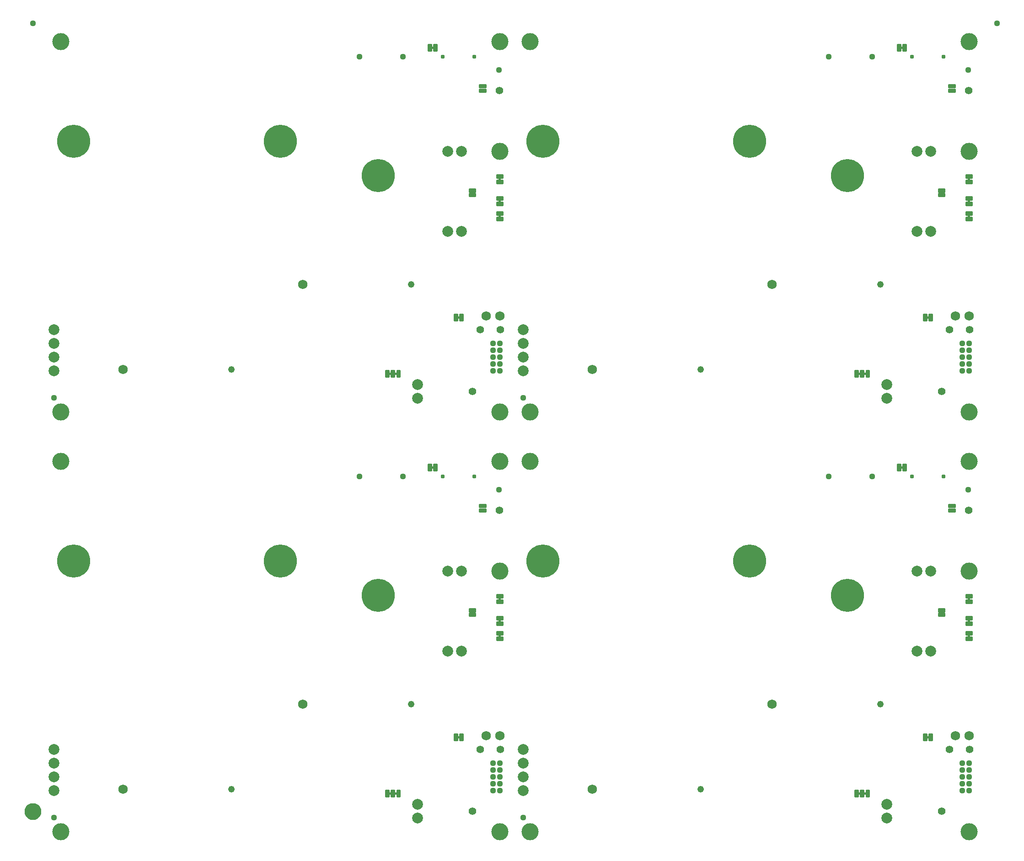
<source format=gbs>
G04 EAGLE Gerber RS-274X export*
G75*
%MOMM*%
%FSLAX34Y34*%
%LPD*%
%INSoldermask Bottom*%
%IPPOS*%
%AMOC8*
5,1,8,0,0,1.08239X$1,22.5*%
G01*
%ADD10C,6.127000*%
%ADD11C,3.175000*%
%ADD12C,1.227000*%
%ADD13C,1.727000*%
%ADD14C,0.777000*%
%ADD15C,1.127000*%
%ADD16C,1.397000*%
%ADD17C,0.228600*%
%ADD18C,2.006600*%
%ADD19C,0.228344*%
%ADD20C,1.270000*%
%ADD21C,1.627000*%

G36*
X1708215Y386092D02*
X1708215Y386092D01*
X1708281Y386094D01*
X1708324Y386112D01*
X1708371Y386120D01*
X1708428Y386154D01*
X1708488Y386179D01*
X1708523Y386210D01*
X1708564Y386235D01*
X1708606Y386286D01*
X1708654Y386330D01*
X1708676Y386372D01*
X1708705Y386409D01*
X1708726Y386471D01*
X1708757Y386530D01*
X1708765Y386584D01*
X1708777Y386621D01*
X1708776Y386661D01*
X1708784Y386715D01*
X1708784Y390525D01*
X1708773Y390590D01*
X1708771Y390656D01*
X1708753Y390699D01*
X1708745Y390746D01*
X1708711Y390803D01*
X1708686Y390863D01*
X1708655Y390898D01*
X1708630Y390939D01*
X1708579Y390981D01*
X1708535Y391029D01*
X1708493Y391051D01*
X1708456Y391080D01*
X1708394Y391101D01*
X1708335Y391132D01*
X1708281Y391140D01*
X1708244Y391152D01*
X1708204Y391151D01*
X1708150Y391159D01*
X1705610Y391159D01*
X1705545Y391148D01*
X1705479Y391146D01*
X1705436Y391128D01*
X1705389Y391120D01*
X1705332Y391086D01*
X1705272Y391061D01*
X1705237Y391030D01*
X1705196Y391005D01*
X1705155Y390954D01*
X1705106Y390910D01*
X1705084Y390868D01*
X1705055Y390831D01*
X1705034Y390769D01*
X1705003Y390710D01*
X1704995Y390656D01*
X1704983Y390619D01*
X1704983Y390615D01*
X1704983Y390614D01*
X1704984Y390579D01*
X1704976Y390525D01*
X1704976Y386715D01*
X1704987Y386650D01*
X1704989Y386584D01*
X1705007Y386541D01*
X1705015Y386494D01*
X1705049Y386437D01*
X1705074Y386377D01*
X1705105Y386342D01*
X1705130Y386301D01*
X1705181Y386260D01*
X1705225Y386211D01*
X1705267Y386189D01*
X1705304Y386160D01*
X1705366Y386139D01*
X1705425Y386108D01*
X1705479Y386100D01*
X1705516Y386088D01*
X1705556Y386089D01*
X1705610Y386081D01*
X1708150Y386081D01*
X1708215Y386092D01*
G37*
G36*
X839535Y386092D02*
X839535Y386092D01*
X839601Y386094D01*
X839644Y386112D01*
X839691Y386120D01*
X839748Y386154D01*
X839808Y386179D01*
X839843Y386210D01*
X839884Y386235D01*
X839926Y386286D01*
X839974Y386330D01*
X839996Y386372D01*
X840025Y386409D01*
X840046Y386471D01*
X840077Y386530D01*
X840085Y386584D01*
X840097Y386621D01*
X840096Y386661D01*
X840104Y386715D01*
X840104Y390525D01*
X840093Y390590D01*
X840091Y390656D01*
X840073Y390699D01*
X840065Y390746D01*
X840031Y390803D01*
X840006Y390863D01*
X839975Y390898D01*
X839950Y390939D01*
X839899Y390981D01*
X839855Y391029D01*
X839813Y391051D01*
X839776Y391080D01*
X839714Y391101D01*
X839655Y391132D01*
X839601Y391140D01*
X839564Y391152D01*
X839524Y391151D01*
X839470Y391159D01*
X836930Y391159D01*
X836865Y391148D01*
X836799Y391146D01*
X836756Y391128D01*
X836709Y391120D01*
X836652Y391086D01*
X836592Y391061D01*
X836557Y391030D01*
X836516Y391005D01*
X836475Y390954D01*
X836426Y390910D01*
X836404Y390868D01*
X836375Y390831D01*
X836354Y390769D01*
X836323Y390710D01*
X836315Y390656D01*
X836303Y390619D01*
X836303Y390615D01*
X836303Y390614D01*
X836304Y390579D01*
X836296Y390525D01*
X836296Y386715D01*
X836307Y386650D01*
X836309Y386584D01*
X836327Y386541D01*
X836335Y386494D01*
X836369Y386437D01*
X836394Y386377D01*
X836425Y386342D01*
X836450Y386301D01*
X836501Y386260D01*
X836545Y386211D01*
X836587Y386189D01*
X836624Y386160D01*
X836686Y386139D01*
X836745Y386108D01*
X836799Y386100D01*
X836836Y386088D01*
X836876Y386089D01*
X836930Y386081D01*
X839470Y386081D01*
X839535Y386092D01*
G37*
G36*
X1708215Y1231912D02*
X1708215Y1231912D01*
X1708281Y1231914D01*
X1708324Y1231932D01*
X1708371Y1231940D01*
X1708428Y1231974D01*
X1708488Y1231999D01*
X1708523Y1232030D01*
X1708564Y1232055D01*
X1708606Y1232106D01*
X1708654Y1232150D01*
X1708676Y1232192D01*
X1708705Y1232229D01*
X1708726Y1232291D01*
X1708757Y1232350D01*
X1708765Y1232404D01*
X1708777Y1232441D01*
X1708776Y1232481D01*
X1708784Y1232535D01*
X1708784Y1236345D01*
X1708773Y1236410D01*
X1708771Y1236476D01*
X1708753Y1236519D01*
X1708745Y1236566D01*
X1708711Y1236623D01*
X1708686Y1236683D01*
X1708655Y1236718D01*
X1708630Y1236759D01*
X1708579Y1236801D01*
X1708535Y1236849D01*
X1708493Y1236871D01*
X1708456Y1236900D01*
X1708394Y1236921D01*
X1708335Y1236952D01*
X1708281Y1236960D01*
X1708244Y1236972D01*
X1708204Y1236971D01*
X1708150Y1236979D01*
X1705610Y1236979D01*
X1705545Y1236968D01*
X1705479Y1236966D01*
X1705436Y1236948D01*
X1705389Y1236940D01*
X1705332Y1236906D01*
X1705272Y1236881D01*
X1705237Y1236850D01*
X1705196Y1236825D01*
X1705155Y1236774D01*
X1705106Y1236730D01*
X1705084Y1236688D01*
X1705055Y1236651D01*
X1705034Y1236589D01*
X1705003Y1236530D01*
X1704995Y1236476D01*
X1704983Y1236439D01*
X1704983Y1236435D01*
X1704983Y1236434D01*
X1704984Y1236399D01*
X1704976Y1236345D01*
X1704976Y1232535D01*
X1704987Y1232470D01*
X1704989Y1232404D01*
X1705007Y1232361D01*
X1705015Y1232314D01*
X1705049Y1232257D01*
X1705074Y1232197D01*
X1705105Y1232162D01*
X1705130Y1232121D01*
X1705181Y1232080D01*
X1705225Y1232031D01*
X1705267Y1232009D01*
X1705304Y1231980D01*
X1705366Y1231959D01*
X1705425Y1231928D01*
X1705479Y1231920D01*
X1705516Y1231908D01*
X1705556Y1231909D01*
X1705610Y1231901D01*
X1708150Y1231901D01*
X1708215Y1231912D01*
G37*
G36*
X839535Y1231912D02*
X839535Y1231912D01*
X839601Y1231914D01*
X839644Y1231932D01*
X839691Y1231940D01*
X839748Y1231974D01*
X839808Y1231999D01*
X839843Y1232030D01*
X839884Y1232055D01*
X839926Y1232106D01*
X839974Y1232150D01*
X839996Y1232192D01*
X840025Y1232229D01*
X840046Y1232291D01*
X840077Y1232350D01*
X840085Y1232404D01*
X840097Y1232441D01*
X840096Y1232481D01*
X840104Y1232535D01*
X840104Y1236345D01*
X840093Y1236410D01*
X840091Y1236476D01*
X840073Y1236519D01*
X840065Y1236566D01*
X840031Y1236623D01*
X840006Y1236683D01*
X839975Y1236718D01*
X839950Y1236759D01*
X839899Y1236801D01*
X839855Y1236849D01*
X839813Y1236871D01*
X839776Y1236900D01*
X839714Y1236921D01*
X839655Y1236952D01*
X839601Y1236960D01*
X839564Y1236972D01*
X839524Y1236971D01*
X839470Y1236979D01*
X836930Y1236979D01*
X836865Y1236968D01*
X836799Y1236966D01*
X836756Y1236948D01*
X836709Y1236940D01*
X836652Y1236906D01*
X836592Y1236881D01*
X836557Y1236850D01*
X836516Y1236825D01*
X836475Y1236774D01*
X836426Y1236730D01*
X836404Y1236688D01*
X836375Y1236651D01*
X836354Y1236589D01*
X836323Y1236530D01*
X836315Y1236476D01*
X836303Y1236439D01*
X836303Y1236435D01*
X836303Y1236434D01*
X836304Y1236399D01*
X836296Y1236345D01*
X836296Y1232535D01*
X836307Y1232470D01*
X836309Y1232404D01*
X836327Y1232361D01*
X836335Y1232314D01*
X836369Y1232257D01*
X836394Y1232197D01*
X836425Y1232162D01*
X836450Y1232121D01*
X836501Y1232080D01*
X836545Y1232031D01*
X836587Y1232009D01*
X836624Y1231980D01*
X836686Y1231959D01*
X836745Y1231928D01*
X836799Y1231920D01*
X836836Y1231908D01*
X836876Y1231909D01*
X836930Y1231901D01*
X839470Y1231901D01*
X839535Y1231912D01*
G37*
G36*
X1708215Y1191272D02*
X1708215Y1191272D01*
X1708281Y1191274D01*
X1708324Y1191292D01*
X1708371Y1191300D01*
X1708428Y1191334D01*
X1708488Y1191359D01*
X1708523Y1191390D01*
X1708564Y1191415D01*
X1708606Y1191466D01*
X1708654Y1191510D01*
X1708676Y1191552D01*
X1708705Y1191589D01*
X1708726Y1191651D01*
X1708757Y1191710D01*
X1708765Y1191764D01*
X1708777Y1191801D01*
X1708776Y1191841D01*
X1708784Y1191895D01*
X1708784Y1195705D01*
X1708773Y1195770D01*
X1708771Y1195836D01*
X1708753Y1195879D01*
X1708745Y1195926D01*
X1708711Y1195983D01*
X1708686Y1196043D01*
X1708655Y1196078D01*
X1708630Y1196119D01*
X1708579Y1196161D01*
X1708535Y1196209D01*
X1708493Y1196231D01*
X1708456Y1196260D01*
X1708394Y1196281D01*
X1708335Y1196312D01*
X1708281Y1196320D01*
X1708244Y1196332D01*
X1708204Y1196331D01*
X1708150Y1196339D01*
X1705610Y1196339D01*
X1705545Y1196328D01*
X1705479Y1196326D01*
X1705436Y1196308D01*
X1705389Y1196300D01*
X1705332Y1196266D01*
X1705272Y1196241D01*
X1705237Y1196210D01*
X1705196Y1196185D01*
X1705155Y1196134D01*
X1705106Y1196090D01*
X1705084Y1196048D01*
X1705055Y1196011D01*
X1705034Y1195949D01*
X1705003Y1195890D01*
X1704995Y1195836D01*
X1704983Y1195799D01*
X1704983Y1195795D01*
X1704983Y1195794D01*
X1704984Y1195759D01*
X1704976Y1195705D01*
X1704976Y1191895D01*
X1704987Y1191830D01*
X1704989Y1191764D01*
X1705007Y1191721D01*
X1705015Y1191674D01*
X1705049Y1191617D01*
X1705074Y1191557D01*
X1705105Y1191522D01*
X1705130Y1191481D01*
X1705181Y1191440D01*
X1705225Y1191391D01*
X1705267Y1191369D01*
X1705304Y1191340D01*
X1705366Y1191319D01*
X1705425Y1191288D01*
X1705479Y1191280D01*
X1705516Y1191268D01*
X1705556Y1191269D01*
X1705610Y1191261D01*
X1708150Y1191261D01*
X1708215Y1191272D01*
G37*
G36*
X839535Y1191272D02*
X839535Y1191272D01*
X839601Y1191274D01*
X839644Y1191292D01*
X839691Y1191300D01*
X839748Y1191334D01*
X839808Y1191359D01*
X839843Y1191390D01*
X839884Y1191415D01*
X839926Y1191466D01*
X839974Y1191510D01*
X839996Y1191552D01*
X840025Y1191589D01*
X840046Y1191651D01*
X840077Y1191710D01*
X840085Y1191764D01*
X840097Y1191801D01*
X840096Y1191841D01*
X840104Y1191895D01*
X840104Y1195705D01*
X840093Y1195770D01*
X840091Y1195836D01*
X840073Y1195879D01*
X840065Y1195926D01*
X840031Y1195983D01*
X840006Y1196043D01*
X839975Y1196078D01*
X839950Y1196119D01*
X839899Y1196161D01*
X839855Y1196209D01*
X839813Y1196231D01*
X839776Y1196260D01*
X839714Y1196281D01*
X839655Y1196312D01*
X839601Y1196320D01*
X839564Y1196332D01*
X839524Y1196331D01*
X839470Y1196339D01*
X836930Y1196339D01*
X836865Y1196328D01*
X836799Y1196326D01*
X836756Y1196308D01*
X836709Y1196300D01*
X836652Y1196266D01*
X836592Y1196241D01*
X836557Y1196210D01*
X836516Y1196185D01*
X836475Y1196134D01*
X836426Y1196090D01*
X836404Y1196048D01*
X836375Y1196011D01*
X836354Y1195949D01*
X836323Y1195890D01*
X836315Y1195836D01*
X836303Y1195799D01*
X836303Y1195795D01*
X836303Y1195794D01*
X836304Y1195759D01*
X836296Y1195705D01*
X836296Y1191895D01*
X836307Y1191830D01*
X836309Y1191764D01*
X836327Y1191721D01*
X836335Y1191674D01*
X836369Y1191617D01*
X836394Y1191557D01*
X836425Y1191522D01*
X836450Y1191481D01*
X836501Y1191440D01*
X836545Y1191391D01*
X836587Y1191369D01*
X836624Y1191340D01*
X836686Y1191319D01*
X836745Y1191288D01*
X836799Y1191280D01*
X836836Y1191268D01*
X836876Y1191269D01*
X836930Y1191261D01*
X839470Y1191261D01*
X839535Y1191272D01*
G37*
G36*
X1708215Y1163332D02*
X1708215Y1163332D01*
X1708281Y1163334D01*
X1708324Y1163352D01*
X1708371Y1163360D01*
X1708428Y1163394D01*
X1708488Y1163419D01*
X1708523Y1163450D01*
X1708564Y1163475D01*
X1708606Y1163526D01*
X1708654Y1163570D01*
X1708676Y1163612D01*
X1708705Y1163649D01*
X1708726Y1163711D01*
X1708757Y1163770D01*
X1708765Y1163824D01*
X1708777Y1163861D01*
X1708776Y1163901D01*
X1708784Y1163955D01*
X1708784Y1167765D01*
X1708773Y1167830D01*
X1708771Y1167896D01*
X1708753Y1167939D01*
X1708745Y1167986D01*
X1708711Y1168043D01*
X1708686Y1168103D01*
X1708655Y1168138D01*
X1708630Y1168179D01*
X1708579Y1168221D01*
X1708535Y1168269D01*
X1708493Y1168291D01*
X1708456Y1168320D01*
X1708394Y1168341D01*
X1708335Y1168372D01*
X1708281Y1168380D01*
X1708244Y1168392D01*
X1708204Y1168391D01*
X1708150Y1168399D01*
X1705610Y1168399D01*
X1705545Y1168388D01*
X1705479Y1168386D01*
X1705436Y1168368D01*
X1705389Y1168360D01*
X1705332Y1168326D01*
X1705272Y1168301D01*
X1705237Y1168270D01*
X1705196Y1168245D01*
X1705155Y1168194D01*
X1705106Y1168150D01*
X1705084Y1168108D01*
X1705055Y1168071D01*
X1705034Y1168009D01*
X1705003Y1167950D01*
X1704995Y1167896D01*
X1704983Y1167859D01*
X1704983Y1167855D01*
X1704983Y1167854D01*
X1704984Y1167819D01*
X1704976Y1167765D01*
X1704976Y1163955D01*
X1704987Y1163890D01*
X1704989Y1163824D01*
X1705007Y1163781D01*
X1705015Y1163734D01*
X1705049Y1163677D01*
X1705074Y1163617D01*
X1705105Y1163582D01*
X1705130Y1163541D01*
X1705181Y1163500D01*
X1705225Y1163451D01*
X1705267Y1163429D01*
X1705304Y1163400D01*
X1705366Y1163379D01*
X1705425Y1163348D01*
X1705479Y1163340D01*
X1705516Y1163328D01*
X1705556Y1163329D01*
X1705610Y1163321D01*
X1708150Y1163321D01*
X1708215Y1163332D01*
G37*
G36*
X839535Y1163332D02*
X839535Y1163332D01*
X839601Y1163334D01*
X839644Y1163352D01*
X839691Y1163360D01*
X839748Y1163394D01*
X839808Y1163419D01*
X839843Y1163450D01*
X839884Y1163475D01*
X839926Y1163526D01*
X839974Y1163570D01*
X839996Y1163612D01*
X840025Y1163649D01*
X840046Y1163711D01*
X840077Y1163770D01*
X840085Y1163824D01*
X840097Y1163861D01*
X840096Y1163901D01*
X840104Y1163955D01*
X840104Y1167765D01*
X840093Y1167830D01*
X840091Y1167896D01*
X840073Y1167939D01*
X840065Y1167986D01*
X840031Y1168043D01*
X840006Y1168103D01*
X839975Y1168138D01*
X839950Y1168179D01*
X839899Y1168221D01*
X839855Y1168269D01*
X839813Y1168291D01*
X839776Y1168320D01*
X839714Y1168341D01*
X839655Y1168372D01*
X839601Y1168380D01*
X839564Y1168392D01*
X839524Y1168391D01*
X839470Y1168399D01*
X836930Y1168399D01*
X836865Y1168388D01*
X836799Y1168386D01*
X836756Y1168368D01*
X836709Y1168360D01*
X836652Y1168326D01*
X836592Y1168301D01*
X836557Y1168270D01*
X836516Y1168245D01*
X836475Y1168194D01*
X836426Y1168150D01*
X836404Y1168108D01*
X836375Y1168071D01*
X836354Y1168009D01*
X836323Y1167950D01*
X836315Y1167896D01*
X836303Y1167859D01*
X836303Y1167855D01*
X836303Y1167854D01*
X836304Y1167819D01*
X836296Y1167765D01*
X836296Y1163955D01*
X836307Y1163890D01*
X836309Y1163824D01*
X836327Y1163781D01*
X836335Y1163734D01*
X836369Y1163677D01*
X836394Y1163617D01*
X836425Y1163582D01*
X836450Y1163541D01*
X836501Y1163500D01*
X836545Y1163451D01*
X836587Y1163429D01*
X836624Y1163400D01*
X836686Y1163379D01*
X836745Y1163348D01*
X836799Y1163340D01*
X836836Y1163328D01*
X836876Y1163329D01*
X836930Y1163321D01*
X839470Y1163321D01*
X839535Y1163332D01*
G37*
G36*
X1708215Y454672D02*
X1708215Y454672D01*
X1708281Y454674D01*
X1708324Y454692D01*
X1708371Y454700D01*
X1708428Y454734D01*
X1708488Y454759D01*
X1708523Y454790D01*
X1708564Y454815D01*
X1708606Y454866D01*
X1708654Y454910D01*
X1708676Y454952D01*
X1708705Y454989D01*
X1708726Y455051D01*
X1708757Y455110D01*
X1708765Y455164D01*
X1708777Y455201D01*
X1708776Y455241D01*
X1708784Y455295D01*
X1708784Y459105D01*
X1708773Y459170D01*
X1708771Y459236D01*
X1708753Y459279D01*
X1708745Y459326D01*
X1708711Y459383D01*
X1708686Y459443D01*
X1708655Y459478D01*
X1708630Y459519D01*
X1708579Y459561D01*
X1708535Y459609D01*
X1708493Y459631D01*
X1708456Y459660D01*
X1708394Y459681D01*
X1708335Y459712D01*
X1708281Y459720D01*
X1708244Y459732D01*
X1708204Y459731D01*
X1708150Y459739D01*
X1705610Y459739D01*
X1705545Y459728D01*
X1705479Y459726D01*
X1705436Y459708D01*
X1705389Y459700D01*
X1705332Y459666D01*
X1705272Y459641D01*
X1705237Y459610D01*
X1705196Y459585D01*
X1705155Y459534D01*
X1705106Y459490D01*
X1705084Y459448D01*
X1705055Y459411D01*
X1705034Y459349D01*
X1705003Y459290D01*
X1704995Y459236D01*
X1704983Y459199D01*
X1704983Y459195D01*
X1704983Y459194D01*
X1704984Y459159D01*
X1704976Y459105D01*
X1704976Y455295D01*
X1704987Y455230D01*
X1704989Y455164D01*
X1705007Y455121D01*
X1705015Y455074D01*
X1705049Y455017D01*
X1705074Y454957D01*
X1705105Y454922D01*
X1705130Y454881D01*
X1705181Y454840D01*
X1705225Y454791D01*
X1705267Y454769D01*
X1705304Y454740D01*
X1705366Y454719D01*
X1705425Y454688D01*
X1705479Y454680D01*
X1705516Y454668D01*
X1705556Y454669D01*
X1705610Y454661D01*
X1708150Y454661D01*
X1708215Y454672D01*
G37*
G36*
X839535Y454672D02*
X839535Y454672D01*
X839601Y454674D01*
X839644Y454692D01*
X839691Y454700D01*
X839748Y454734D01*
X839808Y454759D01*
X839843Y454790D01*
X839884Y454815D01*
X839926Y454866D01*
X839974Y454910D01*
X839996Y454952D01*
X840025Y454989D01*
X840046Y455051D01*
X840077Y455110D01*
X840085Y455164D01*
X840097Y455201D01*
X840096Y455241D01*
X840104Y455295D01*
X840104Y459105D01*
X840093Y459170D01*
X840091Y459236D01*
X840073Y459279D01*
X840065Y459326D01*
X840031Y459383D01*
X840006Y459443D01*
X839975Y459478D01*
X839950Y459519D01*
X839899Y459561D01*
X839855Y459609D01*
X839813Y459631D01*
X839776Y459660D01*
X839714Y459681D01*
X839655Y459712D01*
X839601Y459720D01*
X839564Y459732D01*
X839524Y459731D01*
X839470Y459739D01*
X836930Y459739D01*
X836865Y459728D01*
X836799Y459726D01*
X836756Y459708D01*
X836709Y459700D01*
X836652Y459666D01*
X836592Y459641D01*
X836557Y459610D01*
X836516Y459585D01*
X836475Y459534D01*
X836426Y459490D01*
X836404Y459448D01*
X836375Y459411D01*
X836354Y459349D01*
X836323Y459290D01*
X836315Y459236D01*
X836303Y459199D01*
X836303Y459195D01*
X836303Y459194D01*
X836304Y459159D01*
X836296Y459105D01*
X836296Y455295D01*
X836307Y455230D01*
X836309Y455164D01*
X836327Y455121D01*
X836335Y455074D01*
X836369Y455017D01*
X836394Y454957D01*
X836425Y454922D01*
X836450Y454881D01*
X836501Y454840D01*
X836545Y454791D01*
X836587Y454769D01*
X836624Y454740D01*
X836686Y454719D01*
X836745Y454688D01*
X836799Y454680D01*
X836836Y454668D01*
X836876Y454669D01*
X836930Y454661D01*
X839470Y454661D01*
X839535Y454672D01*
G37*
G36*
X839535Y414032D02*
X839535Y414032D01*
X839601Y414034D01*
X839644Y414052D01*
X839691Y414060D01*
X839748Y414094D01*
X839808Y414119D01*
X839843Y414150D01*
X839884Y414175D01*
X839926Y414226D01*
X839974Y414270D01*
X839996Y414312D01*
X840025Y414349D01*
X840046Y414411D01*
X840077Y414470D01*
X840085Y414524D01*
X840097Y414561D01*
X840096Y414601D01*
X840104Y414655D01*
X840104Y418465D01*
X840093Y418530D01*
X840091Y418596D01*
X840073Y418639D01*
X840065Y418686D01*
X840031Y418743D01*
X840006Y418803D01*
X839975Y418838D01*
X839950Y418879D01*
X839899Y418921D01*
X839855Y418969D01*
X839813Y418991D01*
X839776Y419020D01*
X839714Y419041D01*
X839655Y419072D01*
X839601Y419080D01*
X839564Y419092D01*
X839524Y419091D01*
X839470Y419099D01*
X836930Y419099D01*
X836865Y419088D01*
X836799Y419086D01*
X836756Y419068D01*
X836709Y419060D01*
X836652Y419026D01*
X836592Y419001D01*
X836557Y418970D01*
X836516Y418945D01*
X836475Y418894D01*
X836426Y418850D01*
X836404Y418808D01*
X836375Y418771D01*
X836354Y418709D01*
X836323Y418650D01*
X836315Y418596D01*
X836303Y418559D01*
X836303Y418555D01*
X836303Y418554D01*
X836304Y418519D01*
X836296Y418465D01*
X836296Y414655D01*
X836307Y414590D01*
X836309Y414524D01*
X836327Y414481D01*
X836335Y414434D01*
X836369Y414377D01*
X836394Y414317D01*
X836425Y414282D01*
X836450Y414241D01*
X836501Y414200D01*
X836545Y414151D01*
X836587Y414129D01*
X836624Y414100D01*
X836686Y414079D01*
X836745Y414048D01*
X836799Y414040D01*
X836836Y414028D01*
X836876Y414029D01*
X836930Y414021D01*
X839470Y414021D01*
X839535Y414032D01*
G37*
G36*
X1708215Y414032D02*
X1708215Y414032D01*
X1708281Y414034D01*
X1708324Y414052D01*
X1708371Y414060D01*
X1708428Y414094D01*
X1708488Y414119D01*
X1708523Y414150D01*
X1708564Y414175D01*
X1708606Y414226D01*
X1708654Y414270D01*
X1708676Y414312D01*
X1708705Y414349D01*
X1708726Y414411D01*
X1708757Y414470D01*
X1708765Y414524D01*
X1708777Y414561D01*
X1708776Y414601D01*
X1708784Y414655D01*
X1708784Y418465D01*
X1708773Y418530D01*
X1708771Y418596D01*
X1708753Y418639D01*
X1708745Y418686D01*
X1708711Y418743D01*
X1708686Y418803D01*
X1708655Y418838D01*
X1708630Y418879D01*
X1708579Y418921D01*
X1708535Y418969D01*
X1708493Y418991D01*
X1708456Y419020D01*
X1708394Y419041D01*
X1708335Y419072D01*
X1708281Y419080D01*
X1708244Y419092D01*
X1708204Y419091D01*
X1708150Y419099D01*
X1705610Y419099D01*
X1705545Y419088D01*
X1705479Y419086D01*
X1705436Y419068D01*
X1705389Y419060D01*
X1705332Y419026D01*
X1705272Y419001D01*
X1705237Y418970D01*
X1705196Y418945D01*
X1705155Y418894D01*
X1705106Y418850D01*
X1705084Y418808D01*
X1705055Y418771D01*
X1705034Y418709D01*
X1705003Y418650D01*
X1704995Y418596D01*
X1704983Y418559D01*
X1704983Y418555D01*
X1704983Y418554D01*
X1704984Y418519D01*
X1704976Y418465D01*
X1704976Y414655D01*
X1704987Y414590D01*
X1704989Y414524D01*
X1705007Y414481D01*
X1705015Y414434D01*
X1705049Y414377D01*
X1705074Y414317D01*
X1705105Y414282D01*
X1705130Y414241D01*
X1705181Y414200D01*
X1705225Y414151D01*
X1705267Y414129D01*
X1705304Y414100D01*
X1705366Y414079D01*
X1705425Y414048D01*
X1705479Y414040D01*
X1705516Y414028D01*
X1705556Y414029D01*
X1705610Y414021D01*
X1708150Y414021D01*
X1708215Y414032D01*
G37*
G36*
X1584390Y1475625D02*
X1584390Y1475625D01*
X1584456Y1475627D01*
X1584499Y1475645D01*
X1584546Y1475653D01*
X1584603Y1475687D01*
X1584663Y1475712D01*
X1584698Y1475743D01*
X1584739Y1475768D01*
X1584781Y1475819D01*
X1584829Y1475863D01*
X1584851Y1475905D01*
X1584880Y1475942D01*
X1584901Y1476004D01*
X1584932Y1476063D01*
X1584940Y1476117D01*
X1584952Y1476154D01*
X1584951Y1476194D01*
X1584959Y1476248D01*
X1584959Y1478788D01*
X1584948Y1478853D01*
X1584946Y1478919D01*
X1584928Y1478962D01*
X1584920Y1479009D01*
X1584886Y1479066D01*
X1584861Y1479126D01*
X1584830Y1479161D01*
X1584805Y1479202D01*
X1584754Y1479244D01*
X1584710Y1479292D01*
X1584668Y1479314D01*
X1584631Y1479343D01*
X1584569Y1479364D01*
X1584510Y1479395D01*
X1584456Y1479403D01*
X1584419Y1479415D01*
X1584379Y1479414D01*
X1584325Y1479422D01*
X1580515Y1479422D01*
X1580450Y1479411D01*
X1580384Y1479409D01*
X1580341Y1479391D01*
X1580294Y1479383D01*
X1580237Y1479349D01*
X1580177Y1479324D01*
X1580142Y1479293D01*
X1580101Y1479268D01*
X1580060Y1479217D01*
X1580011Y1479173D01*
X1579989Y1479131D01*
X1579960Y1479094D01*
X1579939Y1479032D01*
X1579908Y1478973D01*
X1579900Y1478919D01*
X1579888Y1478882D01*
X1579888Y1478879D01*
X1579889Y1478842D01*
X1579881Y1478788D01*
X1579881Y1476248D01*
X1579892Y1476183D01*
X1579894Y1476117D01*
X1579912Y1476074D01*
X1579920Y1476027D01*
X1579954Y1475970D01*
X1579979Y1475910D01*
X1580010Y1475875D01*
X1580035Y1475834D01*
X1580086Y1475793D01*
X1580130Y1475744D01*
X1580172Y1475722D01*
X1580209Y1475693D01*
X1580271Y1475672D01*
X1580330Y1475641D01*
X1580384Y1475633D01*
X1580421Y1475621D01*
X1580461Y1475622D01*
X1580515Y1475614D01*
X1584325Y1475614D01*
X1584390Y1475625D01*
G37*
G36*
X715710Y1475625D02*
X715710Y1475625D01*
X715776Y1475627D01*
X715819Y1475645D01*
X715866Y1475653D01*
X715923Y1475687D01*
X715983Y1475712D01*
X716018Y1475743D01*
X716059Y1475768D01*
X716101Y1475819D01*
X716149Y1475863D01*
X716171Y1475905D01*
X716200Y1475942D01*
X716221Y1476004D01*
X716252Y1476063D01*
X716260Y1476117D01*
X716272Y1476154D01*
X716271Y1476194D01*
X716279Y1476248D01*
X716279Y1478788D01*
X716268Y1478853D01*
X716266Y1478919D01*
X716248Y1478962D01*
X716240Y1479009D01*
X716206Y1479066D01*
X716181Y1479126D01*
X716150Y1479161D01*
X716125Y1479202D01*
X716074Y1479244D01*
X716030Y1479292D01*
X715988Y1479314D01*
X715951Y1479343D01*
X715889Y1479364D01*
X715830Y1479395D01*
X715776Y1479403D01*
X715739Y1479415D01*
X715699Y1479414D01*
X715645Y1479422D01*
X711835Y1479422D01*
X711770Y1479411D01*
X711704Y1479409D01*
X711661Y1479391D01*
X711614Y1479383D01*
X711557Y1479349D01*
X711497Y1479324D01*
X711462Y1479293D01*
X711421Y1479268D01*
X711380Y1479217D01*
X711331Y1479173D01*
X711309Y1479131D01*
X711280Y1479094D01*
X711259Y1479032D01*
X711228Y1478973D01*
X711220Y1478919D01*
X711208Y1478882D01*
X711208Y1478879D01*
X711209Y1478842D01*
X711201Y1478788D01*
X711201Y1476248D01*
X711212Y1476183D01*
X711214Y1476117D01*
X711232Y1476074D01*
X711240Y1476027D01*
X711274Y1475970D01*
X711299Y1475910D01*
X711330Y1475875D01*
X711355Y1475834D01*
X711406Y1475793D01*
X711450Y1475744D01*
X711492Y1475722D01*
X711529Y1475693D01*
X711591Y1475672D01*
X711650Y1475641D01*
X711704Y1475633D01*
X711741Y1475621D01*
X711781Y1475622D01*
X711835Y1475614D01*
X715645Y1475614D01*
X715710Y1475625D01*
G37*
G36*
X1632650Y976007D02*
X1632650Y976007D01*
X1632716Y976009D01*
X1632759Y976027D01*
X1632806Y976035D01*
X1632863Y976069D01*
X1632923Y976094D01*
X1632958Y976125D01*
X1632999Y976150D01*
X1633041Y976201D01*
X1633089Y976245D01*
X1633111Y976287D01*
X1633140Y976324D01*
X1633161Y976386D01*
X1633192Y976445D01*
X1633200Y976499D01*
X1633212Y976536D01*
X1633211Y976576D01*
X1633219Y976630D01*
X1633219Y979170D01*
X1633208Y979235D01*
X1633206Y979301D01*
X1633188Y979344D01*
X1633180Y979391D01*
X1633146Y979448D01*
X1633121Y979508D01*
X1633090Y979543D01*
X1633065Y979584D01*
X1633014Y979626D01*
X1632970Y979674D01*
X1632928Y979696D01*
X1632891Y979725D01*
X1632829Y979746D01*
X1632770Y979777D01*
X1632716Y979785D01*
X1632679Y979797D01*
X1632639Y979796D01*
X1632585Y979804D01*
X1628775Y979804D01*
X1628710Y979793D01*
X1628644Y979791D01*
X1628601Y979773D01*
X1628554Y979765D01*
X1628497Y979731D01*
X1628437Y979706D01*
X1628402Y979675D01*
X1628361Y979650D01*
X1628320Y979599D01*
X1628271Y979555D01*
X1628249Y979513D01*
X1628220Y979476D01*
X1628199Y979414D01*
X1628168Y979355D01*
X1628160Y979301D01*
X1628148Y979264D01*
X1628148Y979261D01*
X1628149Y979224D01*
X1628141Y979170D01*
X1628141Y976630D01*
X1628152Y976565D01*
X1628154Y976499D01*
X1628172Y976456D01*
X1628180Y976409D01*
X1628214Y976352D01*
X1628239Y976292D01*
X1628270Y976257D01*
X1628295Y976216D01*
X1628346Y976175D01*
X1628390Y976126D01*
X1628432Y976104D01*
X1628469Y976075D01*
X1628531Y976054D01*
X1628590Y976023D01*
X1628644Y976015D01*
X1628681Y976003D01*
X1628721Y976004D01*
X1628775Y975996D01*
X1632585Y975996D01*
X1632650Y976007D01*
G37*
G36*
X763970Y976007D02*
X763970Y976007D01*
X764036Y976009D01*
X764079Y976027D01*
X764126Y976035D01*
X764183Y976069D01*
X764243Y976094D01*
X764278Y976125D01*
X764319Y976150D01*
X764361Y976201D01*
X764409Y976245D01*
X764431Y976287D01*
X764460Y976324D01*
X764481Y976386D01*
X764512Y976445D01*
X764520Y976499D01*
X764532Y976536D01*
X764531Y976576D01*
X764539Y976630D01*
X764539Y979170D01*
X764528Y979235D01*
X764526Y979301D01*
X764508Y979344D01*
X764500Y979391D01*
X764466Y979448D01*
X764441Y979508D01*
X764410Y979543D01*
X764385Y979584D01*
X764334Y979626D01*
X764290Y979674D01*
X764248Y979696D01*
X764211Y979725D01*
X764149Y979746D01*
X764090Y979777D01*
X764036Y979785D01*
X763999Y979797D01*
X763959Y979796D01*
X763905Y979804D01*
X760095Y979804D01*
X760030Y979793D01*
X759964Y979791D01*
X759921Y979773D01*
X759874Y979765D01*
X759817Y979731D01*
X759757Y979706D01*
X759722Y979675D01*
X759681Y979650D01*
X759640Y979599D01*
X759591Y979555D01*
X759569Y979513D01*
X759540Y979476D01*
X759519Y979414D01*
X759488Y979355D01*
X759480Y979301D01*
X759468Y979264D01*
X759468Y979261D01*
X759469Y979224D01*
X759461Y979170D01*
X759461Y976630D01*
X759472Y976565D01*
X759474Y976499D01*
X759492Y976456D01*
X759500Y976409D01*
X759534Y976352D01*
X759559Y976292D01*
X759590Y976257D01*
X759615Y976216D01*
X759666Y976175D01*
X759710Y976126D01*
X759752Y976104D01*
X759789Y976075D01*
X759851Y976054D01*
X759910Y976023D01*
X759964Y976015D01*
X760001Y976003D01*
X760041Y976004D01*
X760095Y975996D01*
X763905Y975996D01*
X763970Y976007D01*
G37*
G36*
X1505650Y871867D02*
X1505650Y871867D01*
X1505716Y871869D01*
X1505759Y871887D01*
X1505806Y871895D01*
X1505863Y871929D01*
X1505923Y871954D01*
X1505958Y871985D01*
X1505999Y872010D01*
X1506041Y872061D01*
X1506089Y872105D01*
X1506111Y872147D01*
X1506140Y872184D01*
X1506161Y872246D01*
X1506192Y872305D01*
X1506200Y872359D01*
X1506212Y872396D01*
X1506211Y872436D01*
X1506219Y872490D01*
X1506219Y875030D01*
X1506208Y875095D01*
X1506206Y875161D01*
X1506188Y875204D01*
X1506180Y875251D01*
X1506146Y875308D01*
X1506121Y875368D01*
X1506090Y875403D01*
X1506065Y875444D01*
X1506014Y875486D01*
X1505970Y875534D01*
X1505928Y875556D01*
X1505891Y875585D01*
X1505829Y875606D01*
X1505770Y875637D01*
X1505716Y875645D01*
X1505679Y875657D01*
X1505639Y875656D01*
X1505585Y875664D01*
X1501775Y875664D01*
X1501710Y875653D01*
X1501644Y875651D01*
X1501601Y875633D01*
X1501554Y875625D01*
X1501497Y875591D01*
X1501437Y875566D01*
X1501402Y875535D01*
X1501361Y875510D01*
X1501320Y875459D01*
X1501271Y875415D01*
X1501249Y875373D01*
X1501220Y875336D01*
X1501199Y875274D01*
X1501168Y875215D01*
X1501160Y875161D01*
X1501148Y875124D01*
X1501148Y875121D01*
X1501149Y875084D01*
X1501141Y875030D01*
X1501141Y872490D01*
X1501152Y872425D01*
X1501154Y872359D01*
X1501172Y872316D01*
X1501180Y872269D01*
X1501214Y872212D01*
X1501239Y872152D01*
X1501270Y872117D01*
X1501295Y872076D01*
X1501346Y872035D01*
X1501390Y871986D01*
X1501432Y871964D01*
X1501469Y871935D01*
X1501531Y871914D01*
X1501590Y871883D01*
X1501644Y871875D01*
X1501681Y871863D01*
X1501721Y871864D01*
X1501775Y871856D01*
X1505585Y871856D01*
X1505650Y871867D01*
G37*
G36*
X1515810Y871867D02*
X1515810Y871867D01*
X1515876Y871869D01*
X1515919Y871887D01*
X1515966Y871895D01*
X1516023Y871929D01*
X1516083Y871954D01*
X1516118Y871985D01*
X1516159Y872010D01*
X1516201Y872061D01*
X1516249Y872105D01*
X1516271Y872147D01*
X1516300Y872184D01*
X1516321Y872246D01*
X1516352Y872305D01*
X1516360Y872359D01*
X1516372Y872396D01*
X1516371Y872436D01*
X1516379Y872490D01*
X1516379Y875030D01*
X1516368Y875095D01*
X1516366Y875161D01*
X1516348Y875204D01*
X1516340Y875251D01*
X1516306Y875308D01*
X1516281Y875368D01*
X1516250Y875403D01*
X1516225Y875444D01*
X1516174Y875486D01*
X1516130Y875534D01*
X1516088Y875556D01*
X1516051Y875585D01*
X1515989Y875606D01*
X1515930Y875637D01*
X1515876Y875645D01*
X1515839Y875657D01*
X1515799Y875656D01*
X1515745Y875664D01*
X1511935Y875664D01*
X1511870Y875653D01*
X1511804Y875651D01*
X1511761Y875633D01*
X1511714Y875625D01*
X1511657Y875591D01*
X1511597Y875566D01*
X1511562Y875535D01*
X1511521Y875510D01*
X1511480Y875459D01*
X1511431Y875415D01*
X1511409Y875373D01*
X1511380Y875336D01*
X1511359Y875274D01*
X1511328Y875215D01*
X1511320Y875161D01*
X1511308Y875124D01*
X1511308Y875121D01*
X1511309Y875084D01*
X1511301Y875030D01*
X1511301Y872490D01*
X1511312Y872425D01*
X1511314Y872359D01*
X1511332Y872316D01*
X1511340Y872269D01*
X1511374Y872212D01*
X1511399Y872152D01*
X1511430Y872117D01*
X1511455Y872076D01*
X1511506Y872035D01*
X1511550Y871986D01*
X1511592Y871964D01*
X1511629Y871935D01*
X1511691Y871914D01*
X1511750Y871883D01*
X1511804Y871875D01*
X1511841Y871863D01*
X1511881Y871864D01*
X1511935Y871856D01*
X1515745Y871856D01*
X1515810Y871867D01*
G37*
G36*
X647130Y871867D02*
X647130Y871867D01*
X647196Y871869D01*
X647239Y871887D01*
X647286Y871895D01*
X647343Y871929D01*
X647403Y871954D01*
X647438Y871985D01*
X647479Y872010D01*
X647521Y872061D01*
X647569Y872105D01*
X647591Y872147D01*
X647620Y872184D01*
X647641Y872246D01*
X647672Y872305D01*
X647680Y872359D01*
X647692Y872396D01*
X647691Y872436D01*
X647699Y872490D01*
X647699Y875030D01*
X647688Y875095D01*
X647686Y875161D01*
X647668Y875204D01*
X647660Y875251D01*
X647626Y875308D01*
X647601Y875368D01*
X647570Y875403D01*
X647545Y875444D01*
X647494Y875486D01*
X647450Y875534D01*
X647408Y875556D01*
X647371Y875585D01*
X647309Y875606D01*
X647250Y875637D01*
X647196Y875645D01*
X647159Y875657D01*
X647119Y875656D01*
X647065Y875664D01*
X643255Y875664D01*
X643190Y875653D01*
X643124Y875651D01*
X643081Y875633D01*
X643034Y875625D01*
X642977Y875591D01*
X642917Y875566D01*
X642882Y875535D01*
X642841Y875510D01*
X642800Y875459D01*
X642751Y875415D01*
X642729Y875373D01*
X642700Y875336D01*
X642679Y875274D01*
X642648Y875215D01*
X642640Y875161D01*
X642628Y875124D01*
X642628Y875121D01*
X642629Y875084D01*
X642621Y875030D01*
X642621Y872490D01*
X642632Y872425D01*
X642634Y872359D01*
X642652Y872316D01*
X642660Y872269D01*
X642694Y872212D01*
X642719Y872152D01*
X642750Y872117D01*
X642775Y872076D01*
X642826Y872035D01*
X642870Y871986D01*
X642912Y871964D01*
X642949Y871935D01*
X643011Y871914D01*
X643070Y871883D01*
X643124Y871875D01*
X643161Y871863D01*
X643201Y871864D01*
X643255Y871856D01*
X647065Y871856D01*
X647130Y871867D01*
G37*
G36*
X636970Y871867D02*
X636970Y871867D01*
X637036Y871869D01*
X637079Y871887D01*
X637126Y871895D01*
X637183Y871929D01*
X637243Y871954D01*
X637278Y871985D01*
X637319Y872010D01*
X637361Y872061D01*
X637409Y872105D01*
X637431Y872147D01*
X637460Y872184D01*
X637481Y872246D01*
X637512Y872305D01*
X637520Y872359D01*
X637532Y872396D01*
X637531Y872436D01*
X637539Y872490D01*
X637539Y875030D01*
X637528Y875095D01*
X637526Y875161D01*
X637508Y875204D01*
X637500Y875251D01*
X637466Y875308D01*
X637441Y875368D01*
X637410Y875403D01*
X637385Y875444D01*
X637334Y875486D01*
X637290Y875534D01*
X637248Y875556D01*
X637211Y875585D01*
X637149Y875606D01*
X637090Y875637D01*
X637036Y875645D01*
X636999Y875657D01*
X636959Y875656D01*
X636905Y875664D01*
X633095Y875664D01*
X633030Y875653D01*
X632964Y875651D01*
X632921Y875633D01*
X632874Y875625D01*
X632817Y875591D01*
X632757Y875566D01*
X632722Y875535D01*
X632681Y875510D01*
X632640Y875459D01*
X632591Y875415D01*
X632569Y875373D01*
X632540Y875336D01*
X632519Y875274D01*
X632488Y875215D01*
X632480Y875161D01*
X632468Y875124D01*
X632468Y875121D01*
X632469Y875084D01*
X632461Y875030D01*
X632461Y872490D01*
X632472Y872425D01*
X632474Y872359D01*
X632492Y872316D01*
X632500Y872269D01*
X632534Y872212D01*
X632559Y872152D01*
X632590Y872117D01*
X632615Y872076D01*
X632666Y872035D01*
X632710Y871986D01*
X632752Y871964D01*
X632789Y871935D01*
X632851Y871914D01*
X632910Y871883D01*
X632964Y871875D01*
X633001Y871863D01*
X633041Y871864D01*
X633095Y871856D01*
X636905Y871856D01*
X636970Y871867D01*
G37*
G36*
X1584390Y698385D02*
X1584390Y698385D01*
X1584456Y698387D01*
X1584499Y698405D01*
X1584546Y698413D01*
X1584603Y698447D01*
X1584663Y698472D01*
X1584698Y698503D01*
X1584739Y698528D01*
X1584781Y698579D01*
X1584829Y698623D01*
X1584851Y698665D01*
X1584880Y698702D01*
X1584901Y698764D01*
X1584932Y698823D01*
X1584940Y698877D01*
X1584952Y698914D01*
X1584951Y698954D01*
X1584959Y699008D01*
X1584959Y701548D01*
X1584948Y701613D01*
X1584946Y701679D01*
X1584928Y701722D01*
X1584920Y701769D01*
X1584886Y701826D01*
X1584861Y701886D01*
X1584830Y701921D01*
X1584805Y701962D01*
X1584754Y702004D01*
X1584710Y702052D01*
X1584668Y702074D01*
X1584631Y702103D01*
X1584569Y702124D01*
X1584510Y702155D01*
X1584456Y702163D01*
X1584419Y702175D01*
X1584379Y702174D01*
X1584325Y702182D01*
X1580515Y702182D01*
X1580450Y702171D01*
X1580384Y702169D01*
X1580341Y702151D01*
X1580294Y702143D01*
X1580237Y702109D01*
X1580177Y702084D01*
X1580142Y702053D01*
X1580101Y702028D01*
X1580060Y701977D01*
X1580011Y701933D01*
X1579989Y701891D01*
X1579960Y701854D01*
X1579939Y701792D01*
X1579908Y701733D01*
X1579900Y701679D01*
X1579888Y701642D01*
X1579888Y701639D01*
X1579889Y701602D01*
X1579881Y701548D01*
X1579881Y699008D01*
X1579892Y698943D01*
X1579894Y698877D01*
X1579912Y698834D01*
X1579920Y698787D01*
X1579954Y698730D01*
X1579979Y698670D01*
X1580010Y698635D01*
X1580035Y698594D01*
X1580086Y698553D01*
X1580130Y698504D01*
X1580172Y698482D01*
X1580209Y698453D01*
X1580271Y698432D01*
X1580330Y698401D01*
X1580384Y698393D01*
X1580421Y698381D01*
X1580461Y698382D01*
X1580515Y698374D01*
X1584325Y698374D01*
X1584390Y698385D01*
G37*
G36*
X715710Y698385D02*
X715710Y698385D01*
X715776Y698387D01*
X715819Y698405D01*
X715866Y698413D01*
X715923Y698447D01*
X715983Y698472D01*
X716018Y698503D01*
X716059Y698528D01*
X716101Y698579D01*
X716149Y698623D01*
X716171Y698665D01*
X716200Y698702D01*
X716221Y698764D01*
X716252Y698823D01*
X716260Y698877D01*
X716272Y698914D01*
X716271Y698954D01*
X716279Y699008D01*
X716279Y701548D01*
X716268Y701613D01*
X716266Y701679D01*
X716248Y701722D01*
X716240Y701769D01*
X716206Y701826D01*
X716181Y701886D01*
X716150Y701921D01*
X716125Y701962D01*
X716074Y702004D01*
X716030Y702052D01*
X715988Y702074D01*
X715951Y702103D01*
X715889Y702124D01*
X715830Y702155D01*
X715776Y702163D01*
X715739Y702175D01*
X715699Y702174D01*
X715645Y702182D01*
X711835Y702182D01*
X711770Y702171D01*
X711704Y702169D01*
X711661Y702151D01*
X711614Y702143D01*
X711557Y702109D01*
X711497Y702084D01*
X711462Y702053D01*
X711421Y702028D01*
X711380Y701977D01*
X711331Y701933D01*
X711309Y701891D01*
X711280Y701854D01*
X711259Y701792D01*
X711228Y701733D01*
X711220Y701679D01*
X711208Y701642D01*
X711208Y701639D01*
X711209Y701602D01*
X711201Y701548D01*
X711201Y699008D01*
X711212Y698943D01*
X711214Y698877D01*
X711232Y698834D01*
X711240Y698787D01*
X711274Y698730D01*
X711299Y698670D01*
X711330Y698635D01*
X711355Y698594D01*
X711406Y698553D01*
X711450Y698504D01*
X711492Y698482D01*
X711529Y698453D01*
X711591Y698432D01*
X711650Y698401D01*
X711704Y698393D01*
X711741Y698381D01*
X711781Y698382D01*
X711835Y698374D01*
X715645Y698374D01*
X715710Y698385D01*
G37*
G36*
X763970Y198767D02*
X763970Y198767D01*
X764036Y198769D01*
X764079Y198787D01*
X764126Y198795D01*
X764183Y198829D01*
X764243Y198854D01*
X764278Y198885D01*
X764319Y198910D01*
X764361Y198961D01*
X764409Y199005D01*
X764431Y199047D01*
X764460Y199084D01*
X764481Y199146D01*
X764512Y199205D01*
X764520Y199259D01*
X764532Y199296D01*
X764531Y199336D01*
X764539Y199390D01*
X764539Y201930D01*
X764528Y201995D01*
X764526Y202061D01*
X764508Y202104D01*
X764500Y202151D01*
X764466Y202208D01*
X764441Y202268D01*
X764410Y202303D01*
X764385Y202344D01*
X764334Y202386D01*
X764290Y202434D01*
X764248Y202456D01*
X764211Y202485D01*
X764149Y202506D01*
X764090Y202537D01*
X764036Y202545D01*
X763999Y202557D01*
X763959Y202556D01*
X763905Y202564D01*
X760095Y202564D01*
X760030Y202553D01*
X759964Y202551D01*
X759921Y202533D01*
X759874Y202525D01*
X759817Y202491D01*
X759757Y202466D01*
X759722Y202435D01*
X759681Y202410D01*
X759640Y202359D01*
X759591Y202315D01*
X759569Y202273D01*
X759540Y202236D01*
X759519Y202174D01*
X759488Y202115D01*
X759480Y202061D01*
X759468Y202024D01*
X759468Y202021D01*
X759469Y201984D01*
X759461Y201930D01*
X759461Y199390D01*
X759472Y199325D01*
X759474Y199259D01*
X759492Y199216D01*
X759500Y199169D01*
X759534Y199112D01*
X759559Y199052D01*
X759590Y199017D01*
X759615Y198976D01*
X759666Y198935D01*
X759710Y198886D01*
X759752Y198864D01*
X759789Y198835D01*
X759851Y198814D01*
X759910Y198783D01*
X759964Y198775D01*
X760001Y198763D01*
X760041Y198764D01*
X760095Y198756D01*
X763905Y198756D01*
X763970Y198767D01*
G37*
G36*
X1632650Y198767D02*
X1632650Y198767D01*
X1632716Y198769D01*
X1632759Y198787D01*
X1632806Y198795D01*
X1632863Y198829D01*
X1632923Y198854D01*
X1632958Y198885D01*
X1632999Y198910D01*
X1633041Y198961D01*
X1633089Y199005D01*
X1633111Y199047D01*
X1633140Y199084D01*
X1633161Y199146D01*
X1633192Y199205D01*
X1633200Y199259D01*
X1633212Y199296D01*
X1633211Y199336D01*
X1633219Y199390D01*
X1633219Y201930D01*
X1633208Y201995D01*
X1633206Y202061D01*
X1633188Y202104D01*
X1633180Y202151D01*
X1633146Y202208D01*
X1633121Y202268D01*
X1633090Y202303D01*
X1633065Y202344D01*
X1633014Y202386D01*
X1632970Y202434D01*
X1632928Y202456D01*
X1632891Y202485D01*
X1632829Y202506D01*
X1632770Y202537D01*
X1632716Y202545D01*
X1632679Y202557D01*
X1632639Y202556D01*
X1632585Y202564D01*
X1628775Y202564D01*
X1628710Y202553D01*
X1628644Y202551D01*
X1628601Y202533D01*
X1628554Y202525D01*
X1628497Y202491D01*
X1628437Y202466D01*
X1628402Y202435D01*
X1628361Y202410D01*
X1628320Y202359D01*
X1628271Y202315D01*
X1628249Y202273D01*
X1628220Y202236D01*
X1628199Y202174D01*
X1628168Y202115D01*
X1628160Y202061D01*
X1628148Y202024D01*
X1628148Y202021D01*
X1628149Y201984D01*
X1628141Y201930D01*
X1628141Y199390D01*
X1628152Y199325D01*
X1628154Y199259D01*
X1628172Y199216D01*
X1628180Y199169D01*
X1628214Y199112D01*
X1628239Y199052D01*
X1628270Y199017D01*
X1628295Y198976D01*
X1628346Y198935D01*
X1628390Y198886D01*
X1628432Y198864D01*
X1628469Y198835D01*
X1628531Y198814D01*
X1628590Y198783D01*
X1628644Y198775D01*
X1628681Y198763D01*
X1628721Y198764D01*
X1628775Y198756D01*
X1632585Y198756D01*
X1632650Y198767D01*
G37*
G36*
X1505650Y94627D02*
X1505650Y94627D01*
X1505716Y94629D01*
X1505759Y94647D01*
X1505806Y94655D01*
X1505863Y94689D01*
X1505923Y94714D01*
X1505958Y94745D01*
X1505999Y94770D01*
X1506041Y94821D01*
X1506089Y94865D01*
X1506111Y94907D01*
X1506140Y94944D01*
X1506161Y95006D01*
X1506192Y95065D01*
X1506200Y95119D01*
X1506212Y95156D01*
X1506211Y95196D01*
X1506219Y95250D01*
X1506219Y97790D01*
X1506208Y97855D01*
X1506206Y97921D01*
X1506188Y97964D01*
X1506180Y98011D01*
X1506146Y98068D01*
X1506121Y98128D01*
X1506090Y98163D01*
X1506065Y98204D01*
X1506014Y98246D01*
X1505970Y98294D01*
X1505928Y98316D01*
X1505891Y98345D01*
X1505829Y98366D01*
X1505770Y98397D01*
X1505716Y98405D01*
X1505679Y98417D01*
X1505639Y98416D01*
X1505585Y98424D01*
X1501775Y98424D01*
X1501710Y98413D01*
X1501644Y98411D01*
X1501601Y98393D01*
X1501554Y98385D01*
X1501497Y98351D01*
X1501437Y98326D01*
X1501402Y98295D01*
X1501361Y98270D01*
X1501320Y98219D01*
X1501271Y98175D01*
X1501249Y98133D01*
X1501220Y98096D01*
X1501199Y98034D01*
X1501168Y97975D01*
X1501160Y97921D01*
X1501148Y97884D01*
X1501148Y97881D01*
X1501149Y97844D01*
X1501141Y97790D01*
X1501141Y95250D01*
X1501152Y95185D01*
X1501154Y95119D01*
X1501172Y95076D01*
X1501180Y95029D01*
X1501214Y94972D01*
X1501239Y94912D01*
X1501270Y94877D01*
X1501295Y94836D01*
X1501346Y94795D01*
X1501390Y94746D01*
X1501432Y94724D01*
X1501469Y94695D01*
X1501531Y94674D01*
X1501590Y94643D01*
X1501644Y94635D01*
X1501681Y94623D01*
X1501721Y94624D01*
X1501775Y94616D01*
X1505585Y94616D01*
X1505650Y94627D01*
G37*
G36*
X647130Y94627D02*
X647130Y94627D01*
X647196Y94629D01*
X647239Y94647D01*
X647286Y94655D01*
X647343Y94689D01*
X647403Y94714D01*
X647438Y94745D01*
X647479Y94770D01*
X647521Y94821D01*
X647569Y94865D01*
X647591Y94907D01*
X647620Y94944D01*
X647641Y95006D01*
X647672Y95065D01*
X647680Y95119D01*
X647692Y95156D01*
X647691Y95196D01*
X647699Y95250D01*
X647699Y97790D01*
X647688Y97855D01*
X647686Y97921D01*
X647668Y97964D01*
X647660Y98011D01*
X647626Y98068D01*
X647601Y98128D01*
X647570Y98163D01*
X647545Y98204D01*
X647494Y98246D01*
X647450Y98294D01*
X647408Y98316D01*
X647371Y98345D01*
X647309Y98366D01*
X647250Y98397D01*
X647196Y98405D01*
X647159Y98417D01*
X647119Y98416D01*
X647065Y98424D01*
X643255Y98424D01*
X643190Y98413D01*
X643124Y98411D01*
X643081Y98393D01*
X643034Y98385D01*
X642977Y98351D01*
X642917Y98326D01*
X642882Y98295D01*
X642841Y98270D01*
X642800Y98219D01*
X642751Y98175D01*
X642729Y98133D01*
X642700Y98096D01*
X642679Y98034D01*
X642648Y97975D01*
X642640Y97921D01*
X642628Y97884D01*
X642628Y97881D01*
X642629Y97844D01*
X642621Y97790D01*
X642621Y95250D01*
X642632Y95185D01*
X642634Y95119D01*
X642652Y95076D01*
X642660Y95029D01*
X642694Y94972D01*
X642719Y94912D01*
X642750Y94877D01*
X642775Y94836D01*
X642826Y94795D01*
X642870Y94746D01*
X642912Y94724D01*
X642949Y94695D01*
X643011Y94674D01*
X643070Y94643D01*
X643124Y94635D01*
X643161Y94623D01*
X643201Y94624D01*
X643255Y94616D01*
X647065Y94616D01*
X647130Y94627D01*
G37*
G36*
X1515810Y94627D02*
X1515810Y94627D01*
X1515876Y94629D01*
X1515919Y94647D01*
X1515966Y94655D01*
X1516023Y94689D01*
X1516083Y94714D01*
X1516118Y94745D01*
X1516159Y94770D01*
X1516201Y94821D01*
X1516249Y94865D01*
X1516271Y94907D01*
X1516300Y94944D01*
X1516321Y95006D01*
X1516352Y95065D01*
X1516360Y95119D01*
X1516372Y95156D01*
X1516371Y95196D01*
X1516379Y95250D01*
X1516379Y97790D01*
X1516368Y97855D01*
X1516366Y97921D01*
X1516348Y97964D01*
X1516340Y98011D01*
X1516306Y98068D01*
X1516281Y98128D01*
X1516250Y98163D01*
X1516225Y98204D01*
X1516174Y98246D01*
X1516130Y98294D01*
X1516088Y98316D01*
X1516051Y98345D01*
X1515989Y98366D01*
X1515930Y98397D01*
X1515876Y98405D01*
X1515839Y98417D01*
X1515799Y98416D01*
X1515745Y98424D01*
X1511935Y98424D01*
X1511870Y98413D01*
X1511804Y98411D01*
X1511761Y98393D01*
X1511714Y98385D01*
X1511657Y98351D01*
X1511597Y98326D01*
X1511562Y98295D01*
X1511521Y98270D01*
X1511480Y98219D01*
X1511431Y98175D01*
X1511409Y98133D01*
X1511380Y98096D01*
X1511359Y98034D01*
X1511328Y97975D01*
X1511320Y97921D01*
X1511308Y97884D01*
X1511308Y97881D01*
X1511309Y97844D01*
X1511301Y97790D01*
X1511301Y95250D01*
X1511312Y95185D01*
X1511314Y95119D01*
X1511332Y95076D01*
X1511340Y95029D01*
X1511374Y94972D01*
X1511399Y94912D01*
X1511430Y94877D01*
X1511455Y94836D01*
X1511506Y94795D01*
X1511550Y94746D01*
X1511592Y94724D01*
X1511629Y94695D01*
X1511691Y94674D01*
X1511750Y94643D01*
X1511804Y94635D01*
X1511841Y94623D01*
X1511881Y94624D01*
X1511935Y94616D01*
X1515745Y94616D01*
X1515810Y94627D01*
G37*
G36*
X636970Y94627D02*
X636970Y94627D01*
X637036Y94629D01*
X637079Y94647D01*
X637126Y94655D01*
X637183Y94689D01*
X637243Y94714D01*
X637278Y94745D01*
X637319Y94770D01*
X637361Y94821D01*
X637409Y94865D01*
X637431Y94907D01*
X637460Y94944D01*
X637481Y95006D01*
X637512Y95065D01*
X637520Y95119D01*
X637532Y95156D01*
X637531Y95196D01*
X637539Y95250D01*
X637539Y97790D01*
X637528Y97855D01*
X637526Y97921D01*
X637508Y97964D01*
X637500Y98011D01*
X637466Y98068D01*
X637441Y98128D01*
X637410Y98163D01*
X637385Y98204D01*
X637334Y98246D01*
X637290Y98294D01*
X637248Y98316D01*
X637211Y98345D01*
X637149Y98366D01*
X637090Y98397D01*
X637036Y98405D01*
X636999Y98417D01*
X636959Y98416D01*
X636905Y98424D01*
X633095Y98424D01*
X633030Y98413D01*
X632964Y98411D01*
X632921Y98393D01*
X632874Y98385D01*
X632817Y98351D01*
X632757Y98326D01*
X632722Y98295D01*
X632681Y98270D01*
X632640Y98219D01*
X632591Y98175D01*
X632569Y98133D01*
X632540Y98096D01*
X632519Y98034D01*
X632488Y97975D01*
X632480Y97921D01*
X632468Y97884D01*
X632468Y97881D01*
X632469Y97844D01*
X632461Y97790D01*
X632461Y95250D01*
X632472Y95185D01*
X632474Y95119D01*
X632492Y95076D01*
X632500Y95029D01*
X632534Y94972D01*
X632559Y94912D01*
X632590Y94877D01*
X632615Y94836D01*
X632666Y94795D01*
X632710Y94746D01*
X632752Y94724D01*
X632789Y94695D01*
X632851Y94674D01*
X632910Y94643D01*
X632964Y94635D01*
X633001Y94623D01*
X633041Y94624D01*
X633095Y94616D01*
X636905Y94616D01*
X636970Y94627D01*
G37*
D10*
X613628Y463858D03*
D11*
X838200Y25400D03*
X25400Y25400D03*
X25400Y711200D03*
X838200Y711200D03*
D12*
X674040Y261620D03*
D13*
X474040Y261620D03*
D14*
X790900Y683486D03*
X733100Y683486D03*
D15*
X838838Y114242D03*
X838838Y126942D03*
X838838Y139642D03*
X838838Y152342D03*
X838838Y101542D03*
X826138Y114242D03*
X826138Y126942D03*
X826138Y139642D03*
X826138Y152342D03*
X826138Y101542D03*
D16*
X801870Y177920D03*
X787400Y63500D03*
X837438Y621284D03*
X839160Y178020D03*
D15*
X12700Y52070D03*
X836930Y659130D03*
D13*
X838200Y203200D03*
D17*
X800608Y626491D02*
X800608Y631825D01*
X812292Y631825D01*
X812292Y626491D01*
X800608Y626491D01*
X800608Y628663D02*
X812292Y628663D01*
X812292Y630835D02*
X800608Y630835D01*
X800608Y623697D02*
X800608Y618363D01*
X800608Y623697D02*
X812292Y623697D01*
X812292Y618363D01*
X800608Y618363D01*
X800608Y620535D02*
X812292Y620535D01*
X812292Y622707D02*
X800608Y622707D01*
D18*
X741680Y360426D03*
X767080Y360426D03*
D17*
X793242Y425069D02*
X793242Y430403D01*
X793242Y425069D02*
X781558Y425069D01*
X781558Y430403D01*
X793242Y430403D01*
X793242Y427241D02*
X781558Y427241D01*
X781558Y429413D02*
X793242Y429413D01*
X793242Y433197D02*
X793242Y438531D01*
X793242Y433197D02*
X781558Y433197D01*
X781558Y438531D01*
X793242Y438531D01*
X793242Y435369D02*
X781558Y435369D01*
X781558Y437541D02*
X793242Y437541D01*
D19*
X844044Y386209D02*
X844044Y380617D01*
X832356Y380617D01*
X832356Y386209D01*
X844044Y386209D01*
X844044Y382786D02*
X832356Y382786D01*
X832356Y384955D02*
X844044Y384955D01*
X844044Y391031D02*
X844044Y396623D01*
X844044Y391031D02*
X832356Y391031D01*
X832356Y396623D01*
X844044Y396623D01*
X844044Y393200D02*
X832356Y393200D01*
X832356Y395369D02*
X844044Y395369D01*
D15*
X579100Y683260D03*
X659100Y683260D03*
D19*
X844044Y454789D02*
X844044Y449197D01*
X832356Y449197D01*
X832356Y454789D01*
X844044Y454789D01*
X844044Y451366D02*
X832356Y451366D01*
X832356Y453535D02*
X844044Y453535D01*
X844044Y459611D02*
X844044Y465203D01*
X844044Y459611D02*
X832356Y459611D01*
X832356Y465203D01*
X844044Y465203D01*
X844044Y461780D02*
X832356Y461780D01*
X832356Y463949D02*
X844044Y463949D01*
D10*
X49368Y526542D03*
X431924Y526796D03*
D11*
X838200Y508000D03*
D19*
X711329Y694434D02*
X705737Y694434D01*
X705737Y706122D01*
X711329Y706122D01*
X711329Y694434D01*
X711329Y696603D02*
X705737Y696603D01*
X705737Y698772D02*
X711329Y698772D01*
X711329Y700941D02*
X705737Y700941D01*
X705737Y703110D02*
X711329Y703110D01*
X711329Y705279D02*
X705737Y705279D01*
X716151Y694434D02*
X721743Y694434D01*
X716151Y694434D02*
X716151Y706122D01*
X721743Y706122D01*
X721743Y694434D01*
X721743Y696603D02*
X716151Y696603D01*
X716151Y698772D02*
X721743Y698772D01*
X721743Y700941D02*
X716151Y700941D01*
X716151Y703110D02*
X721743Y703110D01*
X721743Y705279D02*
X716151Y705279D01*
D12*
X341300Y104140D03*
D13*
X141300Y104140D03*
D19*
X626870Y90676D02*
X632462Y90676D01*
X626870Y90676D02*
X626870Y102364D01*
X632462Y102364D01*
X632462Y90676D01*
X632462Y92845D02*
X626870Y92845D01*
X626870Y95014D02*
X632462Y95014D01*
X632462Y97183D02*
X626870Y97183D01*
X626870Y99352D02*
X632462Y99352D01*
X632462Y101521D02*
X626870Y101521D01*
X637284Y90676D02*
X642876Y90676D01*
X637284Y90676D02*
X637284Y102364D01*
X642876Y102364D01*
X642876Y90676D01*
X642876Y92845D02*
X637284Y92845D01*
X637284Y95014D02*
X642876Y95014D01*
X642876Y97183D02*
X637284Y97183D01*
X637284Y99352D02*
X642876Y99352D01*
X642876Y101521D02*
X637284Y101521D01*
X647698Y90676D02*
X653290Y90676D01*
X647698Y90676D02*
X647698Y102364D01*
X653290Y102364D01*
X653290Y90676D01*
X653290Y92845D02*
X647698Y92845D01*
X647698Y95014D02*
X653290Y95014D01*
X653290Y97183D02*
X647698Y97183D01*
X647698Y99352D02*
X653290Y99352D01*
X653290Y101521D02*
X647698Y101521D01*
D18*
X767080Y508000D03*
X741680Y508000D03*
D13*
X812800Y203200D03*
D18*
X685800Y76200D03*
X685800Y50800D03*
D19*
X753997Y194816D02*
X759589Y194816D01*
X753997Y194816D02*
X753997Y206504D01*
X759589Y206504D01*
X759589Y194816D01*
X759589Y196985D02*
X753997Y196985D01*
X753997Y199154D02*
X759589Y199154D01*
X759589Y201323D02*
X753997Y201323D01*
X753997Y203492D02*
X759589Y203492D01*
X759589Y205661D02*
X753997Y205661D01*
X764411Y194816D02*
X770003Y194816D01*
X764411Y194816D02*
X764411Y206504D01*
X770003Y206504D01*
X770003Y194816D01*
X770003Y196985D02*
X764411Y196985D01*
X764411Y199154D02*
X770003Y199154D01*
X770003Y201323D02*
X764411Y201323D01*
X764411Y203492D02*
X770003Y203492D01*
X770003Y205661D02*
X764411Y205661D01*
X844044Y408557D02*
X844044Y414149D01*
X844044Y408557D02*
X832356Y408557D01*
X832356Y414149D01*
X844044Y414149D01*
X844044Y410726D02*
X832356Y410726D01*
X832356Y412895D02*
X844044Y412895D01*
X844044Y418971D02*
X844044Y424563D01*
X844044Y418971D02*
X832356Y418971D01*
X832356Y424563D01*
X844044Y424563D01*
X844044Y421140D02*
X832356Y421140D01*
X832356Y423309D02*
X844044Y423309D01*
D18*
X12700Y101600D03*
X12700Y127000D03*
X12700Y152400D03*
X12700Y177800D03*
D10*
X1482308Y463858D03*
D11*
X1706880Y25400D03*
X894080Y25400D03*
X894080Y711200D03*
X1706880Y711200D03*
D12*
X1542720Y261620D03*
D13*
X1342720Y261620D03*
D14*
X1659580Y683486D03*
X1601780Y683486D03*
D15*
X1707518Y114242D03*
X1707518Y126942D03*
X1707518Y139642D03*
X1707518Y152342D03*
X1707518Y101542D03*
X1694818Y114242D03*
X1694818Y126942D03*
X1694818Y139642D03*
X1694818Y152342D03*
X1694818Y101542D03*
D16*
X1670550Y177920D03*
X1656080Y63500D03*
X1706118Y621284D03*
X1707840Y178020D03*
D15*
X881380Y52070D03*
X1705610Y659130D03*
D13*
X1706880Y203200D03*
D17*
X1669288Y626491D02*
X1669288Y631825D01*
X1680972Y631825D01*
X1680972Y626491D01*
X1669288Y626491D01*
X1669288Y628663D02*
X1680972Y628663D01*
X1680972Y630835D02*
X1669288Y630835D01*
X1669288Y623697D02*
X1669288Y618363D01*
X1669288Y623697D02*
X1680972Y623697D01*
X1680972Y618363D01*
X1669288Y618363D01*
X1669288Y620535D02*
X1680972Y620535D01*
X1680972Y622707D02*
X1669288Y622707D01*
D18*
X1610360Y360426D03*
X1635760Y360426D03*
D17*
X1661922Y425069D02*
X1661922Y430403D01*
X1661922Y425069D02*
X1650238Y425069D01*
X1650238Y430403D01*
X1661922Y430403D01*
X1661922Y427241D02*
X1650238Y427241D01*
X1650238Y429413D02*
X1661922Y429413D01*
X1661922Y433197D02*
X1661922Y438531D01*
X1661922Y433197D02*
X1650238Y433197D01*
X1650238Y438531D01*
X1661922Y438531D01*
X1661922Y435369D02*
X1650238Y435369D01*
X1650238Y437541D02*
X1661922Y437541D01*
D19*
X1712724Y386209D02*
X1712724Y380617D01*
X1701036Y380617D01*
X1701036Y386209D01*
X1712724Y386209D01*
X1712724Y382786D02*
X1701036Y382786D01*
X1701036Y384955D02*
X1712724Y384955D01*
X1712724Y391031D02*
X1712724Y396623D01*
X1712724Y391031D02*
X1701036Y391031D01*
X1701036Y396623D01*
X1712724Y396623D01*
X1712724Y393200D02*
X1701036Y393200D01*
X1701036Y395369D02*
X1712724Y395369D01*
D15*
X1447780Y683260D03*
X1527780Y683260D03*
D19*
X1712724Y454789D02*
X1712724Y449197D01*
X1701036Y449197D01*
X1701036Y454789D01*
X1712724Y454789D01*
X1712724Y451366D02*
X1701036Y451366D01*
X1701036Y453535D02*
X1712724Y453535D01*
X1712724Y459611D02*
X1712724Y465203D01*
X1712724Y459611D02*
X1701036Y459611D01*
X1701036Y465203D01*
X1712724Y465203D01*
X1712724Y461780D02*
X1701036Y461780D01*
X1701036Y463949D02*
X1712724Y463949D01*
D10*
X918048Y526542D03*
X1300604Y526796D03*
D11*
X1706880Y508000D03*
D19*
X1580009Y694434D02*
X1574417Y694434D01*
X1574417Y706122D01*
X1580009Y706122D01*
X1580009Y694434D01*
X1580009Y696603D02*
X1574417Y696603D01*
X1574417Y698772D02*
X1580009Y698772D01*
X1580009Y700941D02*
X1574417Y700941D01*
X1574417Y703110D02*
X1580009Y703110D01*
X1580009Y705279D02*
X1574417Y705279D01*
X1584831Y694434D02*
X1590423Y694434D01*
X1584831Y694434D02*
X1584831Y706122D01*
X1590423Y706122D01*
X1590423Y694434D01*
X1590423Y696603D02*
X1584831Y696603D01*
X1584831Y698772D02*
X1590423Y698772D01*
X1590423Y700941D02*
X1584831Y700941D01*
X1584831Y703110D02*
X1590423Y703110D01*
X1590423Y705279D02*
X1584831Y705279D01*
D12*
X1209980Y104140D03*
D13*
X1009980Y104140D03*
D19*
X1495550Y90676D02*
X1501142Y90676D01*
X1495550Y90676D02*
X1495550Y102364D01*
X1501142Y102364D01*
X1501142Y90676D01*
X1501142Y92845D02*
X1495550Y92845D01*
X1495550Y95014D02*
X1501142Y95014D01*
X1501142Y97183D02*
X1495550Y97183D01*
X1495550Y99352D02*
X1501142Y99352D01*
X1501142Y101521D02*
X1495550Y101521D01*
X1505964Y90676D02*
X1511556Y90676D01*
X1505964Y90676D02*
X1505964Y102364D01*
X1511556Y102364D01*
X1511556Y90676D01*
X1511556Y92845D02*
X1505964Y92845D01*
X1505964Y95014D02*
X1511556Y95014D01*
X1511556Y97183D02*
X1505964Y97183D01*
X1505964Y99352D02*
X1511556Y99352D01*
X1511556Y101521D02*
X1505964Y101521D01*
X1516378Y90676D02*
X1521970Y90676D01*
X1516378Y90676D02*
X1516378Y102364D01*
X1521970Y102364D01*
X1521970Y90676D01*
X1521970Y92845D02*
X1516378Y92845D01*
X1516378Y95014D02*
X1521970Y95014D01*
X1521970Y97183D02*
X1516378Y97183D01*
X1516378Y99352D02*
X1521970Y99352D01*
X1521970Y101521D02*
X1516378Y101521D01*
D18*
X1635760Y508000D03*
X1610360Y508000D03*
D13*
X1681480Y203200D03*
D18*
X1554480Y76200D03*
X1554480Y50800D03*
D19*
X1622677Y194816D02*
X1628269Y194816D01*
X1622677Y194816D02*
X1622677Y206504D01*
X1628269Y206504D01*
X1628269Y194816D01*
X1628269Y196985D02*
X1622677Y196985D01*
X1622677Y199154D02*
X1628269Y199154D01*
X1628269Y201323D02*
X1622677Y201323D01*
X1622677Y203492D02*
X1628269Y203492D01*
X1628269Y205661D02*
X1622677Y205661D01*
X1633091Y194816D02*
X1638683Y194816D01*
X1633091Y194816D02*
X1633091Y206504D01*
X1638683Y206504D01*
X1638683Y194816D01*
X1638683Y196985D02*
X1633091Y196985D01*
X1633091Y199154D02*
X1638683Y199154D01*
X1638683Y201323D02*
X1633091Y201323D01*
X1633091Y203492D02*
X1638683Y203492D01*
X1638683Y205661D02*
X1633091Y205661D01*
X1712724Y408557D02*
X1712724Y414149D01*
X1712724Y408557D02*
X1701036Y408557D01*
X1701036Y414149D01*
X1712724Y414149D01*
X1712724Y410726D02*
X1701036Y410726D01*
X1701036Y412895D02*
X1712724Y412895D01*
X1712724Y418971D02*
X1712724Y424563D01*
X1712724Y418971D02*
X1701036Y418971D01*
X1701036Y424563D01*
X1712724Y424563D01*
X1712724Y421140D02*
X1701036Y421140D01*
X1701036Y423309D02*
X1712724Y423309D01*
D18*
X881380Y101600D03*
X881380Y127000D03*
X881380Y152400D03*
X881380Y177800D03*
D10*
X613628Y1241098D03*
D11*
X838200Y802640D03*
X25400Y802640D03*
X25400Y1488440D03*
X838200Y1488440D03*
D12*
X674040Y1038860D03*
D13*
X474040Y1038860D03*
D14*
X790900Y1460726D03*
X733100Y1460726D03*
D15*
X838838Y891482D03*
X838838Y904182D03*
X838838Y916882D03*
X838838Y929582D03*
X838838Y878782D03*
X826138Y891482D03*
X826138Y904182D03*
X826138Y916882D03*
X826138Y929582D03*
X826138Y878782D03*
D16*
X801870Y955160D03*
X787400Y840740D03*
X837438Y1398524D03*
X839160Y955260D03*
D15*
X12700Y829310D03*
X836930Y1436370D03*
D13*
X838200Y980440D03*
D17*
X800608Y1403731D02*
X800608Y1409065D01*
X812292Y1409065D01*
X812292Y1403731D01*
X800608Y1403731D01*
X800608Y1405903D02*
X812292Y1405903D01*
X812292Y1408075D02*
X800608Y1408075D01*
X800608Y1400937D02*
X800608Y1395603D01*
X800608Y1400937D02*
X812292Y1400937D01*
X812292Y1395603D01*
X800608Y1395603D01*
X800608Y1397775D02*
X812292Y1397775D01*
X812292Y1399947D02*
X800608Y1399947D01*
D18*
X741680Y1137666D03*
X767080Y1137666D03*
D17*
X793242Y1202309D02*
X793242Y1207643D01*
X793242Y1202309D02*
X781558Y1202309D01*
X781558Y1207643D01*
X793242Y1207643D01*
X793242Y1204481D02*
X781558Y1204481D01*
X781558Y1206653D02*
X793242Y1206653D01*
X793242Y1210437D02*
X793242Y1215771D01*
X793242Y1210437D02*
X781558Y1210437D01*
X781558Y1215771D01*
X793242Y1215771D01*
X793242Y1212609D02*
X781558Y1212609D01*
X781558Y1214781D02*
X793242Y1214781D01*
D19*
X844044Y1163449D02*
X844044Y1157857D01*
X832356Y1157857D01*
X832356Y1163449D01*
X844044Y1163449D01*
X844044Y1160026D02*
X832356Y1160026D01*
X832356Y1162195D02*
X844044Y1162195D01*
X844044Y1168271D02*
X844044Y1173863D01*
X844044Y1168271D02*
X832356Y1168271D01*
X832356Y1173863D01*
X844044Y1173863D01*
X844044Y1170440D02*
X832356Y1170440D01*
X832356Y1172609D02*
X844044Y1172609D01*
D15*
X579100Y1460500D03*
X659100Y1460500D03*
D19*
X844044Y1232029D02*
X844044Y1226437D01*
X832356Y1226437D01*
X832356Y1232029D01*
X844044Y1232029D01*
X844044Y1228606D02*
X832356Y1228606D01*
X832356Y1230775D02*
X844044Y1230775D01*
X844044Y1236851D02*
X844044Y1242443D01*
X844044Y1236851D02*
X832356Y1236851D01*
X832356Y1242443D01*
X844044Y1242443D01*
X844044Y1239020D02*
X832356Y1239020D01*
X832356Y1241189D02*
X844044Y1241189D01*
D10*
X49368Y1303782D03*
X431924Y1304036D03*
D11*
X838200Y1285240D03*
D19*
X711329Y1471674D02*
X705737Y1471674D01*
X705737Y1483362D01*
X711329Y1483362D01*
X711329Y1471674D01*
X711329Y1473843D02*
X705737Y1473843D01*
X705737Y1476012D02*
X711329Y1476012D01*
X711329Y1478181D02*
X705737Y1478181D01*
X705737Y1480350D02*
X711329Y1480350D01*
X711329Y1482519D02*
X705737Y1482519D01*
X716151Y1471674D02*
X721743Y1471674D01*
X716151Y1471674D02*
X716151Y1483362D01*
X721743Y1483362D01*
X721743Y1471674D01*
X721743Y1473843D02*
X716151Y1473843D01*
X716151Y1476012D02*
X721743Y1476012D01*
X721743Y1478181D02*
X716151Y1478181D01*
X716151Y1480350D02*
X721743Y1480350D01*
X721743Y1482519D02*
X716151Y1482519D01*
D12*
X341300Y881380D03*
D13*
X141300Y881380D03*
D19*
X626870Y867916D02*
X632462Y867916D01*
X626870Y867916D02*
X626870Y879604D01*
X632462Y879604D01*
X632462Y867916D01*
X632462Y870085D02*
X626870Y870085D01*
X626870Y872254D02*
X632462Y872254D01*
X632462Y874423D02*
X626870Y874423D01*
X626870Y876592D02*
X632462Y876592D01*
X632462Y878761D02*
X626870Y878761D01*
X637284Y867916D02*
X642876Y867916D01*
X637284Y867916D02*
X637284Y879604D01*
X642876Y879604D01*
X642876Y867916D01*
X642876Y870085D02*
X637284Y870085D01*
X637284Y872254D02*
X642876Y872254D01*
X642876Y874423D02*
X637284Y874423D01*
X637284Y876592D02*
X642876Y876592D01*
X642876Y878761D02*
X637284Y878761D01*
X647698Y867916D02*
X653290Y867916D01*
X647698Y867916D02*
X647698Y879604D01*
X653290Y879604D01*
X653290Y867916D01*
X653290Y870085D02*
X647698Y870085D01*
X647698Y872254D02*
X653290Y872254D01*
X653290Y874423D02*
X647698Y874423D01*
X647698Y876592D02*
X653290Y876592D01*
X653290Y878761D02*
X647698Y878761D01*
D18*
X767080Y1285240D03*
X741680Y1285240D03*
D13*
X812800Y980440D03*
D18*
X685800Y853440D03*
X685800Y828040D03*
D19*
X753997Y972056D02*
X759589Y972056D01*
X753997Y972056D02*
X753997Y983744D01*
X759589Y983744D01*
X759589Y972056D01*
X759589Y974225D02*
X753997Y974225D01*
X753997Y976394D02*
X759589Y976394D01*
X759589Y978563D02*
X753997Y978563D01*
X753997Y980732D02*
X759589Y980732D01*
X759589Y982901D02*
X753997Y982901D01*
X764411Y972056D02*
X770003Y972056D01*
X764411Y972056D02*
X764411Y983744D01*
X770003Y983744D01*
X770003Y972056D01*
X770003Y974225D02*
X764411Y974225D01*
X764411Y976394D02*
X770003Y976394D01*
X770003Y978563D02*
X764411Y978563D01*
X764411Y980732D02*
X770003Y980732D01*
X770003Y982901D02*
X764411Y982901D01*
X844044Y1185797D02*
X844044Y1191389D01*
X844044Y1185797D02*
X832356Y1185797D01*
X832356Y1191389D01*
X844044Y1191389D01*
X844044Y1187966D02*
X832356Y1187966D01*
X832356Y1190135D02*
X844044Y1190135D01*
X844044Y1196211D02*
X844044Y1201803D01*
X844044Y1196211D02*
X832356Y1196211D01*
X832356Y1201803D01*
X844044Y1201803D01*
X844044Y1198380D02*
X832356Y1198380D01*
X832356Y1200549D02*
X844044Y1200549D01*
D18*
X12700Y878840D03*
X12700Y904240D03*
X12700Y929640D03*
X12700Y955040D03*
D10*
X1482308Y1241098D03*
D11*
X1706880Y802640D03*
X894080Y802640D03*
X894080Y1488440D03*
X1706880Y1488440D03*
D12*
X1542720Y1038860D03*
D13*
X1342720Y1038860D03*
D14*
X1659580Y1460726D03*
X1601780Y1460726D03*
D15*
X1707518Y891482D03*
X1707518Y904182D03*
X1707518Y916882D03*
X1707518Y929582D03*
X1707518Y878782D03*
X1694818Y891482D03*
X1694818Y904182D03*
X1694818Y916882D03*
X1694818Y929582D03*
X1694818Y878782D03*
D16*
X1670550Y955160D03*
X1656080Y840740D03*
X1706118Y1398524D03*
X1707840Y955260D03*
D15*
X881380Y829310D03*
X1705610Y1436370D03*
D13*
X1706880Y980440D03*
D17*
X1669288Y1403731D02*
X1669288Y1409065D01*
X1680972Y1409065D01*
X1680972Y1403731D01*
X1669288Y1403731D01*
X1669288Y1405903D02*
X1680972Y1405903D01*
X1680972Y1408075D02*
X1669288Y1408075D01*
X1669288Y1400937D02*
X1669288Y1395603D01*
X1669288Y1400937D02*
X1680972Y1400937D01*
X1680972Y1395603D01*
X1669288Y1395603D01*
X1669288Y1397775D02*
X1680972Y1397775D01*
X1680972Y1399947D02*
X1669288Y1399947D01*
D18*
X1610360Y1137666D03*
X1635760Y1137666D03*
D17*
X1661922Y1202309D02*
X1661922Y1207643D01*
X1661922Y1202309D02*
X1650238Y1202309D01*
X1650238Y1207643D01*
X1661922Y1207643D01*
X1661922Y1204481D02*
X1650238Y1204481D01*
X1650238Y1206653D02*
X1661922Y1206653D01*
X1661922Y1210437D02*
X1661922Y1215771D01*
X1661922Y1210437D02*
X1650238Y1210437D01*
X1650238Y1215771D01*
X1661922Y1215771D01*
X1661922Y1212609D02*
X1650238Y1212609D01*
X1650238Y1214781D02*
X1661922Y1214781D01*
D19*
X1712724Y1163449D02*
X1712724Y1157857D01*
X1701036Y1157857D01*
X1701036Y1163449D01*
X1712724Y1163449D01*
X1712724Y1160026D02*
X1701036Y1160026D01*
X1701036Y1162195D02*
X1712724Y1162195D01*
X1712724Y1168271D02*
X1712724Y1173863D01*
X1712724Y1168271D02*
X1701036Y1168271D01*
X1701036Y1173863D01*
X1712724Y1173863D01*
X1712724Y1170440D02*
X1701036Y1170440D01*
X1701036Y1172609D02*
X1712724Y1172609D01*
D15*
X1447780Y1460500D03*
X1527780Y1460500D03*
D19*
X1712724Y1232029D02*
X1712724Y1226437D01*
X1701036Y1226437D01*
X1701036Y1232029D01*
X1712724Y1232029D01*
X1712724Y1228606D02*
X1701036Y1228606D01*
X1701036Y1230775D02*
X1712724Y1230775D01*
X1712724Y1236851D02*
X1712724Y1242443D01*
X1712724Y1236851D02*
X1701036Y1236851D01*
X1701036Y1242443D01*
X1712724Y1242443D01*
X1712724Y1239020D02*
X1701036Y1239020D01*
X1701036Y1241189D02*
X1712724Y1241189D01*
D10*
X918048Y1303782D03*
X1300604Y1304036D03*
D11*
X1706880Y1285240D03*
D19*
X1580009Y1471674D02*
X1574417Y1471674D01*
X1574417Y1483362D01*
X1580009Y1483362D01*
X1580009Y1471674D01*
X1580009Y1473843D02*
X1574417Y1473843D01*
X1574417Y1476012D02*
X1580009Y1476012D01*
X1580009Y1478181D02*
X1574417Y1478181D01*
X1574417Y1480350D02*
X1580009Y1480350D01*
X1580009Y1482519D02*
X1574417Y1482519D01*
X1584831Y1471674D02*
X1590423Y1471674D01*
X1584831Y1471674D02*
X1584831Y1483362D01*
X1590423Y1483362D01*
X1590423Y1471674D01*
X1590423Y1473843D02*
X1584831Y1473843D01*
X1584831Y1476012D02*
X1590423Y1476012D01*
X1590423Y1478181D02*
X1584831Y1478181D01*
X1584831Y1480350D02*
X1590423Y1480350D01*
X1590423Y1482519D02*
X1584831Y1482519D01*
D12*
X1209980Y881380D03*
D13*
X1009980Y881380D03*
D19*
X1495550Y867916D02*
X1501142Y867916D01*
X1495550Y867916D02*
X1495550Y879604D01*
X1501142Y879604D01*
X1501142Y867916D01*
X1501142Y870085D02*
X1495550Y870085D01*
X1495550Y872254D02*
X1501142Y872254D01*
X1501142Y874423D02*
X1495550Y874423D01*
X1495550Y876592D02*
X1501142Y876592D01*
X1501142Y878761D02*
X1495550Y878761D01*
X1505964Y867916D02*
X1511556Y867916D01*
X1505964Y867916D02*
X1505964Y879604D01*
X1511556Y879604D01*
X1511556Y867916D01*
X1511556Y870085D02*
X1505964Y870085D01*
X1505964Y872254D02*
X1511556Y872254D01*
X1511556Y874423D02*
X1505964Y874423D01*
X1505964Y876592D02*
X1511556Y876592D01*
X1511556Y878761D02*
X1505964Y878761D01*
X1516378Y867916D02*
X1521970Y867916D01*
X1516378Y867916D02*
X1516378Y879604D01*
X1521970Y879604D01*
X1521970Y867916D01*
X1521970Y870085D02*
X1516378Y870085D01*
X1516378Y872254D02*
X1521970Y872254D01*
X1521970Y874423D02*
X1516378Y874423D01*
X1516378Y876592D02*
X1521970Y876592D01*
X1521970Y878761D02*
X1516378Y878761D01*
D18*
X1635760Y1285240D03*
X1610360Y1285240D03*
D13*
X1681480Y980440D03*
D18*
X1554480Y853440D03*
X1554480Y828040D03*
D19*
X1622677Y972056D02*
X1628269Y972056D01*
X1622677Y972056D02*
X1622677Y983744D01*
X1628269Y983744D01*
X1628269Y972056D01*
X1628269Y974225D02*
X1622677Y974225D01*
X1622677Y976394D02*
X1628269Y976394D01*
X1628269Y978563D02*
X1622677Y978563D01*
X1622677Y980732D02*
X1628269Y980732D01*
X1628269Y982901D02*
X1622677Y982901D01*
X1633091Y972056D02*
X1638683Y972056D01*
X1633091Y972056D02*
X1633091Y983744D01*
X1638683Y983744D01*
X1638683Y972056D01*
X1638683Y974225D02*
X1633091Y974225D01*
X1633091Y976394D02*
X1638683Y976394D01*
X1638683Y978563D02*
X1633091Y978563D01*
X1633091Y980732D02*
X1638683Y980732D01*
X1638683Y982901D02*
X1633091Y982901D01*
X1712724Y1185797D02*
X1712724Y1191389D01*
X1712724Y1185797D02*
X1701036Y1185797D01*
X1701036Y1191389D01*
X1712724Y1191389D01*
X1712724Y1187966D02*
X1701036Y1187966D01*
X1701036Y1190135D02*
X1712724Y1190135D01*
X1712724Y1196211D02*
X1712724Y1201803D01*
X1712724Y1196211D02*
X1701036Y1196211D01*
X1701036Y1201803D01*
X1712724Y1201803D01*
X1712724Y1198380D02*
X1701036Y1198380D01*
X1701036Y1200549D02*
X1712724Y1200549D01*
D18*
X881380Y878840D03*
X881380Y904240D03*
X881380Y929640D03*
X881380Y955040D03*
D15*
X-26238Y1522730D03*
X1758518Y1522730D03*
D20*
X-35293Y63500D02*
X-35290Y63722D01*
X-35282Y63944D01*
X-35268Y64166D01*
X-35249Y64388D01*
X-35225Y64608D01*
X-35195Y64829D01*
X-35160Y65048D01*
X-35119Y65267D01*
X-35073Y65484D01*
X-35022Y65700D01*
X-34965Y65915D01*
X-34903Y66129D01*
X-34836Y66340D01*
X-34764Y66551D01*
X-34686Y66759D01*
X-34604Y66965D01*
X-34516Y67169D01*
X-34424Y67372D01*
X-34326Y67571D01*
X-34224Y67768D01*
X-34117Y67963D01*
X-34005Y68155D01*
X-33888Y68344D01*
X-33767Y68531D01*
X-33641Y68714D01*
X-33511Y68894D01*
X-33376Y69071D01*
X-33238Y69244D01*
X-33095Y69414D01*
X-32947Y69581D01*
X-32796Y69744D01*
X-32641Y69903D01*
X-32482Y70058D01*
X-32319Y70209D01*
X-32152Y70357D01*
X-31982Y70500D01*
X-31809Y70638D01*
X-31632Y70773D01*
X-31452Y70903D01*
X-31269Y71029D01*
X-31082Y71150D01*
X-30893Y71267D01*
X-30701Y71379D01*
X-30506Y71486D01*
X-30309Y71588D01*
X-30110Y71686D01*
X-29907Y71778D01*
X-29703Y71866D01*
X-29497Y71948D01*
X-29289Y72026D01*
X-29078Y72098D01*
X-28867Y72165D01*
X-28653Y72227D01*
X-28438Y72284D01*
X-28222Y72335D01*
X-28005Y72381D01*
X-27786Y72422D01*
X-27567Y72457D01*
X-27346Y72487D01*
X-27126Y72511D01*
X-26904Y72530D01*
X-26682Y72544D01*
X-26460Y72552D01*
X-26238Y72555D01*
X-26016Y72552D01*
X-25794Y72544D01*
X-25572Y72530D01*
X-25350Y72511D01*
X-25130Y72487D01*
X-24909Y72457D01*
X-24690Y72422D01*
X-24471Y72381D01*
X-24254Y72335D01*
X-24038Y72284D01*
X-23823Y72227D01*
X-23609Y72165D01*
X-23398Y72098D01*
X-23187Y72026D01*
X-22979Y71948D01*
X-22773Y71866D01*
X-22569Y71778D01*
X-22366Y71686D01*
X-22167Y71588D01*
X-21970Y71486D01*
X-21775Y71379D01*
X-21583Y71267D01*
X-21394Y71150D01*
X-21207Y71029D01*
X-21024Y70903D01*
X-20844Y70773D01*
X-20667Y70638D01*
X-20494Y70500D01*
X-20324Y70357D01*
X-20157Y70209D01*
X-19994Y70058D01*
X-19835Y69903D01*
X-19680Y69744D01*
X-19529Y69581D01*
X-19381Y69414D01*
X-19238Y69244D01*
X-19100Y69071D01*
X-18965Y68894D01*
X-18835Y68714D01*
X-18709Y68531D01*
X-18588Y68344D01*
X-18471Y68155D01*
X-18359Y67963D01*
X-18252Y67768D01*
X-18150Y67571D01*
X-18052Y67372D01*
X-17960Y67169D01*
X-17872Y66965D01*
X-17790Y66759D01*
X-17712Y66551D01*
X-17640Y66340D01*
X-17573Y66129D01*
X-17511Y65915D01*
X-17454Y65700D01*
X-17403Y65484D01*
X-17357Y65267D01*
X-17316Y65048D01*
X-17281Y64829D01*
X-17251Y64608D01*
X-17227Y64388D01*
X-17208Y64166D01*
X-17194Y63944D01*
X-17186Y63722D01*
X-17183Y63500D01*
X-17186Y63278D01*
X-17194Y63056D01*
X-17208Y62834D01*
X-17227Y62612D01*
X-17251Y62392D01*
X-17281Y62171D01*
X-17316Y61952D01*
X-17357Y61733D01*
X-17403Y61516D01*
X-17454Y61300D01*
X-17511Y61085D01*
X-17573Y60871D01*
X-17640Y60660D01*
X-17712Y60449D01*
X-17790Y60241D01*
X-17872Y60035D01*
X-17960Y59831D01*
X-18052Y59628D01*
X-18150Y59429D01*
X-18252Y59232D01*
X-18359Y59037D01*
X-18471Y58845D01*
X-18588Y58656D01*
X-18709Y58469D01*
X-18835Y58286D01*
X-18965Y58106D01*
X-19100Y57929D01*
X-19238Y57756D01*
X-19381Y57586D01*
X-19529Y57419D01*
X-19680Y57256D01*
X-19835Y57097D01*
X-19994Y56942D01*
X-20157Y56791D01*
X-20324Y56643D01*
X-20494Y56500D01*
X-20667Y56362D01*
X-20844Y56227D01*
X-21024Y56097D01*
X-21207Y55971D01*
X-21394Y55850D01*
X-21583Y55733D01*
X-21775Y55621D01*
X-21970Y55514D01*
X-22167Y55412D01*
X-22366Y55314D01*
X-22569Y55222D01*
X-22773Y55134D01*
X-22979Y55052D01*
X-23187Y54974D01*
X-23398Y54902D01*
X-23609Y54835D01*
X-23823Y54773D01*
X-24038Y54716D01*
X-24254Y54665D01*
X-24471Y54619D01*
X-24690Y54578D01*
X-24909Y54543D01*
X-25130Y54513D01*
X-25350Y54489D01*
X-25572Y54470D01*
X-25794Y54456D01*
X-26016Y54448D01*
X-26238Y54445D01*
X-26460Y54448D01*
X-26682Y54456D01*
X-26904Y54470D01*
X-27126Y54489D01*
X-27346Y54513D01*
X-27567Y54543D01*
X-27786Y54578D01*
X-28005Y54619D01*
X-28222Y54665D01*
X-28438Y54716D01*
X-28653Y54773D01*
X-28867Y54835D01*
X-29078Y54902D01*
X-29289Y54974D01*
X-29497Y55052D01*
X-29703Y55134D01*
X-29907Y55222D01*
X-30110Y55314D01*
X-30309Y55412D01*
X-30506Y55514D01*
X-30701Y55621D01*
X-30893Y55733D01*
X-31082Y55850D01*
X-31269Y55971D01*
X-31452Y56097D01*
X-31632Y56227D01*
X-31809Y56362D01*
X-31982Y56500D01*
X-32152Y56643D01*
X-32319Y56791D01*
X-32482Y56942D01*
X-32641Y57097D01*
X-32796Y57256D01*
X-32947Y57419D01*
X-33095Y57586D01*
X-33238Y57756D01*
X-33376Y57929D01*
X-33511Y58106D01*
X-33641Y58286D01*
X-33767Y58469D01*
X-33888Y58656D01*
X-34005Y58845D01*
X-34117Y59037D01*
X-34224Y59232D01*
X-34326Y59429D01*
X-34424Y59628D01*
X-34516Y59831D01*
X-34604Y60035D01*
X-34686Y60241D01*
X-34764Y60449D01*
X-34836Y60660D01*
X-34903Y60871D01*
X-34965Y61085D01*
X-35022Y61300D01*
X-35073Y61516D01*
X-35119Y61733D01*
X-35160Y61952D01*
X-35195Y62171D01*
X-35225Y62392D01*
X-35249Y62612D01*
X-35268Y62834D01*
X-35282Y63056D01*
X-35290Y63278D01*
X-35293Y63500D01*
D21*
X-26238Y63500D03*
M02*

</source>
